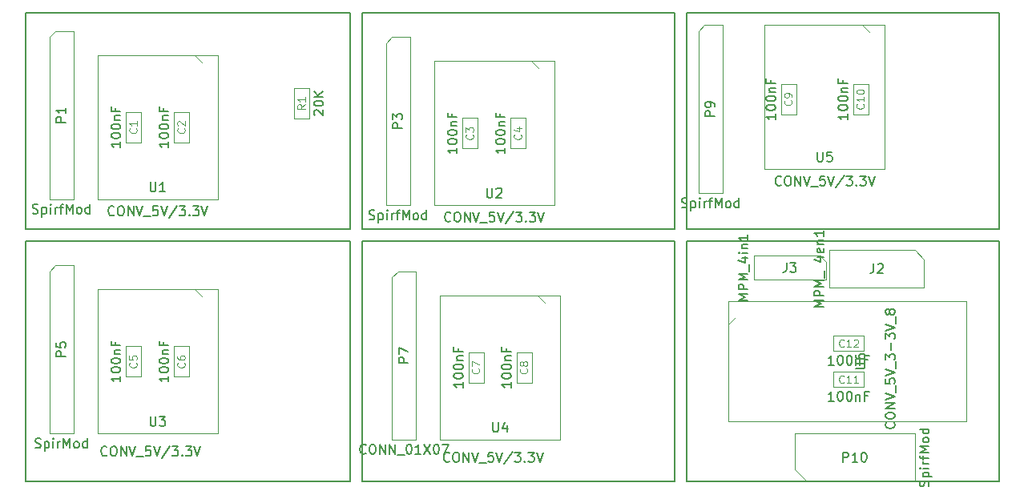
<source format=gbr>
G04 #@! TF.GenerationSoftware,KiCad,Pcbnew,(5.1.5)-3*
G04 #@! TF.CreationDate,2021-05-15T17:54:47+02:00*
G04 #@! TF.ProjectId,Adaptateurs_NiveauxSPI,41646170-7461-4746-9575-72735f4e6976,rev?*
G04 #@! TF.SameCoordinates,Original*
G04 #@! TF.FileFunction,Other,Fab,Top*
%FSLAX46Y46*%
G04 Gerber Fmt 4.6, Leading zero omitted, Abs format (unit mm)*
G04 Created by KiCad (PCBNEW (5.1.5)-3) date 2021-05-15 17:54:47*
%MOMM*%
%LPD*%
G04 APERTURE LIST*
%ADD10C,0.200000*%
%ADD11C,0.120000*%
%ADD12C,0.100000*%
%ADD13C,0.150000*%
G04 APERTURE END LIST*
D10*
X210820000Y-113030000D02*
X177800000Y-113030000D01*
X210820000Y-87630000D02*
X210820000Y-113030000D01*
X177800000Y-87630000D02*
X210820000Y-87630000D01*
X177800000Y-113030000D02*
X177800000Y-87630000D01*
X205105000Y-86360000D02*
X210820000Y-86360000D01*
X205105000Y-63500000D02*
X210820000Y-63500000D01*
X205105000Y-63500000D02*
X177800000Y-63500000D01*
X210820000Y-86360000D02*
X210820000Y-63500000D01*
X177800000Y-86360000D02*
X205105000Y-86360000D01*
X177800000Y-63500000D02*
X177800000Y-86360000D01*
X143510000Y-113030000D02*
X176530000Y-113030000D01*
X176530000Y-87630000D02*
X176530000Y-113030000D01*
X143510000Y-87630000D02*
X176530000Y-87630000D01*
X143510000Y-113030000D02*
X143510000Y-87630000D01*
X142240000Y-87630000D02*
X142240000Y-110490000D01*
X107950000Y-87630000D02*
X142240000Y-87630000D01*
X107950000Y-110490000D02*
X107950000Y-87630000D01*
X107950000Y-113030000D02*
X107950000Y-110490000D01*
X142240000Y-113030000D02*
X107950000Y-113030000D01*
X142240000Y-110490000D02*
X142240000Y-113030000D01*
X107950000Y-113030000D02*
X107950000Y-110490000D01*
X142240000Y-113030000D02*
X107950000Y-113030000D01*
X142240000Y-110490000D02*
X142240000Y-113030000D01*
X176530000Y-63500000D02*
X143510000Y-63500000D01*
X176530000Y-86360000D02*
X176530000Y-63500000D01*
X143510000Y-86360000D02*
X176530000Y-86360000D01*
X143510000Y-63500000D02*
X143510000Y-86360000D01*
X142240000Y-86360000D02*
X142240000Y-63500000D01*
X107950000Y-86360000D02*
X142240000Y-86360000D01*
X107950000Y-63500000D02*
X107950000Y-86360000D01*
X142240000Y-63500000D02*
X107950000Y-63500000D01*
D11*
X186055000Y-80010000D02*
X198755000Y-80010000D01*
X186055000Y-64770000D02*
X186055000Y-80010000D01*
X198755000Y-80010000D02*
X198755000Y-64770000D01*
X196342000Y-64770000D02*
X197104000Y-65532000D01*
D12*
X188835000Y-64770000D02*
X196975000Y-64770000D01*
X198755000Y-64770000D02*
X186055000Y-64770000D01*
D11*
X197485000Y-106680000D02*
X207391000Y-106680000D01*
X197485000Y-93980000D02*
X207391000Y-93980000D01*
D12*
X182245000Y-93980000D02*
X182245000Y-106680000D01*
X182245000Y-103900000D02*
X182245000Y-95760000D01*
D11*
X182245000Y-96393000D02*
X183007000Y-95631000D01*
X197485000Y-93980000D02*
X182245000Y-93980000D01*
X182245000Y-106680000D02*
X197485000Y-106680000D01*
X207391000Y-106680000D02*
X207391000Y-93980000D01*
D12*
X118580000Y-73965000D02*
X120180000Y-73965000D01*
X120180000Y-73965000D02*
X120180000Y-77165000D01*
X120180000Y-77165000D02*
X118580000Y-77165000D01*
X118580000Y-77165000D02*
X118580000Y-73965000D01*
X123660000Y-77165000D02*
X123660000Y-73965000D01*
X125260000Y-77165000D02*
X123660000Y-77165000D01*
X125260000Y-73965000D02*
X125260000Y-77165000D01*
X123660000Y-73965000D02*
X125260000Y-73965000D01*
X154140000Y-74600000D02*
X155740000Y-74600000D01*
X155740000Y-74600000D02*
X155740000Y-77800000D01*
X155740000Y-77800000D02*
X154140000Y-77800000D01*
X154140000Y-77800000D02*
X154140000Y-74600000D01*
X159220000Y-77800000D02*
X159220000Y-74600000D01*
X160820000Y-77800000D02*
X159220000Y-77800000D01*
X160820000Y-74600000D02*
X160820000Y-77800000D01*
X159220000Y-74600000D02*
X160820000Y-74600000D01*
X118580000Y-101930000D02*
X118580000Y-98730000D01*
X120180000Y-101930000D02*
X118580000Y-101930000D01*
X120180000Y-98730000D02*
X120180000Y-101930000D01*
X118580000Y-98730000D02*
X120180000Y-98730000D01*
X123660000Y-98730000D02*
X125260000Y-98730000D01*
X125260000Y-98730000D02*
X125260000Y-101930000D01*
X125260000Y-101930000D02*
X123660000Y-101930000D01*
X123660000Y-101930000D02*
X123660000Y-98730000D01*
X154775000Y-99365000D02*
X156375000Y-99365000D01*
X156375000Y-99365000D02*
X156375000Y-102565000D01*
X156375000Y-102565000D02*
X154775000Y-102565000D01*
X154775000Y-102565000D02*
X154775000Y-99365000D01*
X159855000Y-102565000D02*
X159855000Y-99365000D01*
X161455000Y-102565000D02*
X159855000Y-102565000D01*
X161455000Y-99365000D02*
X161455000Y-102565000D01*
X159855000Y-99365000D02*
X161455000Y-99365000D01*
X187795000Y-71007500D02*
X189395000Y-71007500D01*
X189395000Y-71007500D02*
X189395000Y-74207500D01*
X189395000Y-74207500D02*
X187795000Y-74207500D01*
X187795000Y-74207500D02*
X187795000Y-71007500D01*
X195415000Y-74207500D02*
X195415000Y-71007500D01*
X197015000Y-74207500D02*
X195415000Y-74207500D01*
X197015000Y-71007500D02*
X197015000Y-74207500D01*
X195415000Y-71007500D02*
X197015000Y-71007500D01*
X110490000Y-66040000D02*
X111125000Y-65405000D01*
X110490000Y-83185000D02*
X110490000Y-66040000D01*
X113030000Y-83185000D02*
X110490000Y-83185000D01*
X113030000Y-65405000D02*
X113030000Y-83185000D01*
X111125000Y-65405000D02*
X113030000Y-65405000D01*
X146685000Y-66040000D02*
X148590000Y-66040000D01*
X148590000Y-66040000D02*
X148590000Y-83820000D01*
X148590000Y-83820000D02*
X146050000Y-83820000D01*
X146050000Y-83820000D02*
X146050000Y-66675000D01*
X146050000Y-66675000D02*
X146685000Y-66040000D01*
X111125000Y-90170000D02*
X113030000Y-90170000D01*
X113030000Y-90170000D02*
X113030000Y-107950000D01*
X113030000Y-107950000D02*
X110490000Y-107950000D01*
X110490000Y-107950000D02*
X110490000Y-90805000D01*
X110490000Y-90805000D02*
X111125000Y-90170000D01*
X147320000Y-90805000D02*
X149225000Y-90805000D01*
X149225000Y-90805000D02*
X149225000Y-108585000D01*
X149225000Y-108585000D02*
X146685000Y-108585000D01*
X146685000Y-108585000D02*
X146685000Y-91440000D01*
X146685000Y-91440000D02*
X147320000Y-90805000D01*
X179070000Y-65405000D02*
X179705000Y-64770000D01*
X179070000Y-82550000D02*
X179070000Y-65405000D01*
X181610000Y-82550000D02*
X179070000Y-82550000D01*
X181610000Y-64770000D02*
X181610000Y-82550000D01*
X179705000Y-64770000D02*
X181610000Y-64770000D01*
X137960000Y-74625000D02*
X136360000Y-74625000D01*
X136360000Y-74625000D02*
X136360000Y-71425000D01*
X136360000Y-71425000D02*
X137960000Y-71425000D01*
X137960000Y-71425000D02*
X137960000Y-74625000D01*
X193345000Y-103035000D02*
X193345000Y-101435000D01*
X193345000Y-101435000D02*
X196545000Y-101435000D01*
X196545000Y-101435000D02*
X196545000Y-103035000D01*
X196545000Y-103035000D02*
X193345000Y-103035000D01*
X196545000Y-99225000D02*
X193345000Y-99225000D01*
X196545000Y-97625000D02*
X196545000Y-99225000D01*
X193345000Y-97625000D02*
X196545000Y-97625000D01*
X193345000Y-99225000D02*
X193345000Y-97625000D01*
X202930000Y-89535000D02*
X202930000Y-92535000D01*
X202930000Y-92535000D02*
X192930000Y-92535000D01*
X192930000Y-92535000D02*
X192930000Y-88535000D01*
X192930000Y-88535000D02*
X201930000Y-88535000D01*
X201930000Y-88535000D02*
X202930000Y-89535000D01*
X192532000Y-89789000D02*
X192532000Y-91694000D01*
X192532000Y-91694000D02*
X184912000Y-91694000D01*
X184912000Y-91694000D02*
X184912000Y-89154000D01*
X184912000Y-89154000D02*
X191897000Y-89154000D01*
X191897000Y-89154000D02*
X192532000Y-89789000D01*
X128270000Y-67945000D02*
X115570000Y-67945000D01*
X118350000Y-67945000D02*
X126490000Y-67945000D01*
D11*
X125857000Y-67945000D02*
X126619000Y-68707000D01*
X128270000Y-83185000D02*
X128270000Y-67945000D01*
X115570000Y-67945000D02*
X115570000Y-83185000D01*
X115570000Y-83185000D02*
X128270000Y-83185000D01*
X151130000Y-83820000D02*
X163830000Y-83820000D01*
X151130000Y-68580000D02*
X151130000Y-83820000D01*
X163830000Y-83820000D02*
X163830000Y-68580000D01*
X161417000Y-68580000D02*
X162179000Y-69342000D01*
D12*
X153910000Y-68580000D02*
X162050000Y-68580000D01*
X163830000Y-68580000D02*
X151130000Y-68580000D01*
D11*
X115570000Y-107950000D02*
X128270000Y-107950000D01*
X115570000Y-92710000D02*
X115570000Y-107950000D01*
X128270000Y-107950000D02*
X128270000Y-92710000D01*
X125857000Y-92710000D02*
X126619000Y-93472000D01*
D12*
X118350000Y-92710000D02*
X126490000Y-92710000D01*
X128270000Y-92710000D02*
X115570000Y-92710000D01*
D11*
X151765000Y-108585000D02*
X164465000Y-108585000D01*
X151765000Y-93345000D02*
X151765000Y-108585000D01*
X164465000Y-108585000D02*
X164465000Y-93345000D01*
X162052000Y-93345000D02*
X162814000Y-94107000D01*
D12*
X154545000Y-93345000D02*
X162685000Y-93345000D01*
X164465000Y-93345000D02*
X151765000Y-93345000D01*
X189230000Y-111760000D02*
X189230000Y-107950000D01*
X189230000Y-107950000D02*
X201930000Y-107950000D01*
X201930000Y-107950000D02*
X201930000Y-113030000D01*
X201930000Y-113030000D02*
X190500000Y-113030000D01*
X190500000Y-113030000D02*
X189230000Y-111760000D01*
D13*
X187809761Y-81637142D02*
X187762142Y-81684761D01*
X187619285Y-81732380D01*
X187524047Y-81732380D01*
X187381190Y-81684761D01*
X187285952Y-81589523D01*
X187238333Y-81494285D01*
X187190714Y-81303809D01*
X187190714Y-81160952D01*
X187238333Y-80970476D01*
X187285952Y-80875238D01*
X187381190Y-80780000D01*
X187524047Y-80732380D01*
X187619285Y-80732380D01*
X187762142Y-80780000D01*
X187809761Y-80827619D01*
X188428809Y-80732380D02*
X188619285Y-80732380D01*
X188714523Y-80780000D01*
X188809761Y-80875238D01*
X188857380Y-81065714D01*
X188857380Y-81399047D01*
X188809761Y-81589523D01*
X188714523Y-81684761D01*
X188619285Y-81732380D01*
X188428809Y-81732380D01*
X188333571Y-81684761D01*
X188238333Y-81589523D01*
X188190714Y-81399047D01*
X188190714Y-81065714D01*
X188238333Y-80875238D01*
X188333571Y-80780000D01*
X188428809Y-80732380D01*
X189285952Y-81732380D02*
X189285952Y-80732380D01*
X189857380Y-81732380D01*
X189857380Y-80732380D01*
X190190714Y-80732380D02*
X190524047Y-81732380D01*
X190857380Y-80732380D01*
X190952619Y-81827619D02*
X191714523Y-81827619D01*
X192428809Y-80732380D02*
X191952619Y-80732380D01*
X191905000Y-81208571D01*
X191952619Y-81160952D01*
X192047857Y-81113333D01*
X192285952Y-81113333D01*
X192381190Y-81160952D01*
X192428809Y-81208571D01*
X192476428Y-81303809D01*
X192476428Y-81541904D01*
X192428809Y-81637142D01*
X192381190Y-81684761D01*
X192285952Y-81732380D01*
X192047857Y-81732380D01*
X191952619Y-81684761D01*
X191905000Y-81637142D01*
X192762142Y-80732380D02*
X193095476Y-81732380D01*
X193428809Y-80732380D01*
X194476428Y-80684761D02*
X193619285Y-81970476D01*
X194714523Y-80732380D02*
X195333571Y-80732380D01*
X195000238Y-81113333D01*
X195143095Y-81113333D01*
X195238333Y-81160952D01*
X195285952Y-81208571D01*
X195333571Y-81303809D01*
X195333571Y-81541904D01*
X195285952Y-81637142D01*
X195238333Y-81684761D01*
X195143095Y-81732380D01*
X194857380Y-81732380D01*
X194762142Y-81684761D01*
X194714523Y-81637142D01*
X195762142Y-81637142D02*
X195809761Y-81684761D01*
X195762142Y-81732380D01*
X195714523Y-81684761D01*
X195762142Y-81637142D01*
X195762142Y-81732380D01*
X196143095Y-80732380D02*
X196762142Y-80732380D01*
X196428809Y-81113333D01*
X196571666Y-81113333D01*
X196666904Y-81160952D01*
X196714523Y-81208571D01*
X196762142Y-81303809D01*
X196762142Y-81541904D01*
X196714523Y-81637142D01*
X196666904Y-81684761D01*
X196571666Y-81732380D01*
X196285952Y-81732380D01*
X196190714Y-81684761D01*
X196143095Y-81637142D01*
X197047857Y-80732380D02*
X197381190Y-81732380D01*
X197714523Y-80732380D01*
X191643095Y-78192380D02*
X191643095Y-79001904D01*
X191690714Y-79097142D01*
X191738333Y-79144761D01*
X191833571Y-79192380D01*
X192024047Y-79192380D01*
X192119285Y-79144761D01*
X192166904Y-79097142D01*
X192214523Y-79001904D01*
X192214523Y-78192380D01*
X193166904Y-78192380D02*
X192690714Y-78192380D01*
X192643095Y-78668571D01*
X192690714Y-78620952D01*
X192785952Y-78573333D01*
X193024047Y-78573333D01*
X193119285Y-78620952D01*
X193166904Y-78668571D01*
X193214523Y-78763809D01*
X193214523Y-79001904D01*
X193166904Y-79097142D01*
X193119285Y-79144761D01*
X193024047Y-79192380D01*
X192785952Y-79192380D01*
X192690714Y-79144761D01*
X192643095Y-79097142D01*
X199747142Y-106782476D02*
X199794761Y-106830095D01*
X199842380Y-106972952D01*
X199842380Y-107068190D01*
X199794761Y-107211047D01*
X199699523Y-107306285D01*
X199604285Y-107353904D01*
X199413809Y-107401523D01*
X199270952Y-107401523D01*
X199080476Y-107353904D01*
X198985238Y-107306285D01*
X198890000Y-107211047D01*
X198842380Y-107068190D01*
X198842380Y-106972952D01*
X198890000Y-106830095D01*
X198937619Y-106782476D01*
X198842380Y-106163428D02*
X198842380Y-105972952D01*
X198890000Y-105877714D01*
X198985238Y-105782476D01*
X199175714Y-105734857D01*
X199509047Y-105734857D01*
X199699523Y-105782476D01*
X199794761Y-105877714D01*
X199842380Y-105972952D01*
X199842380Y-106163428D01*
X199794761Y-106258666D01*
X199699523Y-106353904D01*
X199509047Y-106401523D01*
X199175714Y-106401523D01*
X198985238Y-106353904D01*
X198890000Y-106258666D01*
X198842380Y-106163428D01*
X199842380Y-105306285D02*
X198842380Y-105306285D01*
X199842380Y-104734857D01*
X198842380Y-104734857D01*
X198842380Y-104401523D02*
X199842380Y-104068190D01*
X198842380Y-103734857D01*
X199937619Y-103639619D02*
X199937619Y-102877714D01*
X198842380Y-102163428D02*
X198842380Y-102639619D01*
X199318571Y-102687238D01*
X199270952Y-102639619D01*
X199223333Y-102544380D01*
X199223333Y-102306285D01*
X199270952Y-102211047D01*
X199318571Y-102163428D01*
X199413809Y-102115809D01*
X199651904Y-102115809D01*
X199747142Y-102163428D01*
X199794761Y-102211047D01*
X199842380Y-102306285D01*
X199842380Y-102544380D01*
X199794761Y-102639619D01*
X199747142Y-102687238D01*
X198842380Y-101830095D02*
X199842380Y-101496761D01*
X198842380Y-101163428D01*
X199937619Y-101068190D02*
X199937619Y-100306285D01*
X198842380Y-100163428D02*
X198842380Y-99544380D01*
X199223333Y-99877714D01*
X199223333Y-99734857D01*
X199270952Y-99639619D01*
X199318571Y-99592000D01*
X199413809Y-99544380D01*
X199651904Y-99544380D01*
X199747142Y-99592000D01*
X199794761Y-99639619D01*
X199842380Y-99734857D01*
X199842380Y-100020571D01*
X199794761Y-100115809D01*
X199747142Y-100163428D01*
X199461428Y-99115809D02*
X199461428Y-98353904D01*
X198842380Y-97972952D02*
X198842380Y-97353904D01*
X199223333Y-97687238D01*
X199223333Y-97544380D01*
X199270952Y-97449142D01*
X199318571Y-97401523D01*
X199413809Y-97353904D01*
X199651904Y-97353904D01*
X199747142Y-97401523D01*
X199794761Y-97449142D01*
X199842380Y-97544380D01*
X199842380Y-97830095D01*
X199794761Y-97925333D01*
X199747142Y-97972952D01*
X198842380Y-97068190D02*
X199842380Y-96734857D01*
X198842380Y-96401523D01*
X199937619Y-96306285D02*
X199937619Y-95544380D01*
X199270952Y-95163428D02*
X199223333Y-95258666D01*
X199175714Y-95306285D01*
X199080476Y-95353904D01*
X199032857Y-95353904D01*
X198937619Y-95306285D01*
X198890000Y-95258666D01*
X198842380Y-95163428D01*
X198842380Y-94972952D01*
X198890000Y-94877714D01*
X198937619Y-94830095D01*
X199032857Y-94782476D01*
X199080476Y-94782476D01*
X199175714Y-94830095D01*
X199223333Y-94877714D01*
X199270952Y-94972952D01*
X199270952Y-95163428D01*
X199318571Y-95258666D01*
X199366190Y-95306285D01*
X199461428Y-95353904D01*
X199651904Y-95353904D01*
X199747142Y-95306285D01*
X199794761Y-95258666D01*
X199842380Y-95163428D01*
X199842380Y-94972952D01*
X199794761Y-94877714D01*
X199747142Y-94830095D01*
X199651904Y-94782476D01*
X199461428Y-94782476D01*
X199366190Y-94830095D01*
X199318571Y-94877714D01*
X199270952Y-94972952D01*
X195667380Y-101091904D02*
X196476904Y-101091904D01*
X196572142Y-101044285D01*
X196619761Y-100996666D01*
X196667380Y-100901428D01*
X196667380Y-100710952D01*
X196619761Y-100615714D01*
X196572142Y-100568095D01*
X196476904Y-100520476D01*
X195667380Y-100520476D01*
X195667380Y-99615714D02*
X195667380Y-99806190D01*
X195715000Y-99901428D01*
X195762619Y-99949047D01*
X195905476Y-100044285D01*
X196095952Y-100091904D01*
X196476904Y-100091904D01*
X196572142Y-100044285D01*
X196619761Y-99996666D01*
X196667380Y-99901428D01*
X196667380Y-99710952D01*
X196619761Y-99615714D01*
X196572142Y-99568095D01*
X196476904Y-99520476D01*
X196238809Y-99520476D01*
X196143571Y-99568095D01*
X196095952Y-99615714D01*
X196048333Y-99710952D01*
X196048333Y-99901428D01*
X196095952Y-99996666D01*
X196143571Y-100044285D01*
X196238809Y-100091904D01*
X118012380Y-77112619D02*
X118012380Y-77684047D01*
X118012380Y-77398333D02*
X117012380Y-77398333D01*
X117155238Y-77493571D01*
X117250476Y-77588809D01*
X117298095Y-77684047D01*
X117012380Y-76493571D02*
X117012380Y-76398333D01*
X117060000Y-76303095D01*
X117107619Y-76255476D01*
X117202857Y-76207857D01*
X117393333Y-76160238D01*
X117631428Y-76160238D01*
X117821904Y-76207857D01*
X117917142Y-76255476D01*
X117964761Y-76303095D01*
X118012380Y-76398333D01*
X118012380Y-76493571D01*
X117964761Y-76588809D01*
X117917142Y-76636428D01*
X117821904Y-76684047D01*
X117631428Y-76731666D01*
X117393333Y-76731666D01*
X117202857Y-76684047D01*
X117107619Y-76636428D01*
X117060000Y-76588809D01*
X117012380Y-76493571D01*
X117012380Y-75541190D02*
X117012380Y-75445952D01*
X117060000Y-75350714D01*
X117107619Y-75303095D01*
X117202857Y-75255476D01*
X117393333Y-75207857D01*
X117631428Y-75207857D01*
X117821904Y-75255476D01*
X117917142Y-75303095D01*
X117964761Y-75350714D01*
X118012380Y-75445952D01*
X118012380Y-75541190D01*
X117964761Y-75636428D01*
X117917142Y-75684047D01*
X117821904Y-75731666D01*
X117631428Y-75779285D01*
X117393333Y-75779285D01*
X117202857Y-75731666D01*
X117107619Y-75684047D01*
X117060000Y-75636428D01*
X117012380Y-75541190D01*
X117345714Y-74779285D02*
X118012380Y-74779285D01*
X117440952Y-74779285D02*
X117393333Y-74731666D01*
X117345714Y-74636428D01*
X117345714Y-74493571D01*
X117393333Y-74398333D01*
X117488571Y-74350714D01*
X118012380Y-74350714D01*
X117488571Y-73541190D02*
X117488571Y-73874523D01*
X118012380Y-73874523D02*
X117012380Y-73874523D01*
X117012380Y-73398333D01*
D11*
X119665714Y-75698333D02*
X119703809Y-75736428D01*
X119741904Y-75850714D01*
X119741904Y-75926904D01*
X119703809Y-76041190D01*
X119627619Y-76117380D01*
X119551428Y-76155476D01*
X119399047Y-76193571D01*
X119284761Y-76193571D01*
X119132380Y-76155476D01*
X119056190Y-76117380D01*
X118980000Y-76041190D01*
X118941904Y-75926904D01*
X118941904Y-75850714D01*
X118980000Y-75736428D01*
X119018095Y-75698333D01*
X119741904Y-74936428D02*
X119741904Y-75393571D01*
X119741904Y-75165000D02*
X118941904Y-75165000D01*
X119056190Y-75241190D01*
X119132380Y-75317380D01*
X119170476Y-75393571D01*
D13*
X123092380Y-77112619D02*
X123092380Y-77684047D01*
X123092380Y-77398333D02*
X122092380Y-77398333D01*
X122235238Y-77493571D01*
X122330476Y-77588809D01*
X122378095Y-77684047D01*
X122092380Y-76493571D02*
X122092380Y-76398333D01*
X122140000Y-76303095D01*
X122187619Y-76255476D01*
X122282857Y-76207857D01*
X122473333Y-76160238D01*
X122711428Y-76160238D01*
X122901904Y-76207857D01*
X122997142Y-76255476D01*
X123044761Y-76303095D01*
X123092380Y-76398333D01*
X123092380Y-76493571D01*
X123044761Y-76588809D01*
X122997142Y-76636428D01*
X122901904Y-76684047D01*
X122711428Y-76731666D01*
X122473333Y-76731666D01*
X122282857Y-76684047D01*
X122187619Y-76636428D01*
X122140000Y-76588809D01*
X122092380Y-76493571D01*
X122092380Y-75541190D02*
X122092380Y-75445952D01*
X122140000Y-75350714D01*
X122187619Y-75303095D01*
X122282857Y-75255476D01*
X122473333Y-75207857D01*
X122711428Y-75207857D01*
X122901904Y-75255476D01*
X122997142Y-75303095D01*
X123044761Y-75350714D01*
X123092380Y-75445952D01*
X123092380Y-75541190D01*
X123044761Y-75636428D01*
X122997142Y-75684047D01*
X122901904Y-75731666D01*
X122711428Y-75779285D01*
X122473333Y-75779285D01*
X122282857Y-75731666D01*
X122187619Y-75684047D01*
X122140000Y-75636428D01*
X122092380Y-75541190D01*
X122425714Y-74779285D02*
X123092380Y-74779285D01*
X122520952Y-74779285D02*
X122473333Y-74731666D01*
X122425714Y-74636428D01*
X122425714Y-74493571D01*
X122473333Y-74398333D01*
X122568571Y-74350714D01*
X123092380Y-74350714D01*
X122568571Y-73541190D02*
X122568571Y-73874523D01*
X123092380Y-73874523D02*
X122092380Y-73874523D01*
X122092380Y-73398333D01*
D11*
X124745714Y-75698333D02*
X124783809Y-75736428D01*
X124821904Y-75850714D01*
X124821904Y-75926904D01*
X124783809Y-76041190D01*
X124707619Y-76117380D01*
X124631428Y-76155476D01*
X124479047Y-76193571D01*
X124364761Y-76193571D01*
X124212380Y-76155476D01*
X124136190Y-76117380D01*
X124060000Y-76041190D01*
X124021904Y-75926904D01*
X124021904Y-75850714D01*
X124060000Y-75736428D01*
X124098095Y-75698333D01*
X124098095Y-75393571D02*
X124060000Y-75355476D01*
X124021904Y-75279285D01*
X124021904Y-75088809D01*
X124060000Y-75012619D01*
X124098095Y-74974523D01*
X124174285Y-74936428D01*
X124250476Y-74936428D01*
X124364761Y-74974523D01*
X124821904Y-75431666D01*
X124821904Y-74936428D01*
D13*
X153572380Y-77747619D02*
X153572380Y-78319047D01*
X153572380Y-78033333D02*
X152572380Y-78033333D01*
X152715238Y-78128571D01*
X152810476Y-78223809D01*
X152858095Y-78319047D01*
X152572380Y-77128571D02*
X152572380Y-77033333D01*
X152620000Y-76938095D01*
X152667619Y-76890476D01*
X152762857Y-76842857D01*
X152953333Y-76795238D01*
X153191428Y-76795238D01*
X153381904Y-76842857D01*
X153477142Y-76890476D01*
X153524761Y-76938095D01*
X153572380Y-77033333D01*
X153572380Y-77128571D01*
X153524761Y-77223809D01*
X153477142Y-77271428D01*
X153381904Y-77319047D01*
X153191428Y-77366666D01*
X152953333Y-77366666D01*
X152762857Y-77319047D01*
X152667619Y-77271428D01*
X152620000Y-77223809D01*
X152572380Y-77128571D01*
X152572380Y-76176190D02*
X152572380Y-76080952D01*
X152620000Y-75985714D01*
X152667619Y-75938095D01*
X152762857Y-75890476D01*
X152953333Y-75842857D01*
X153191428Y-75842857D01*
X153381904Y-75890476D01*
X153477142Y-75938095D01*
X153524761Y-75985714D01*
X153572380Y-76080952D01*
X153572380Y-76176190D01*
X153524761Y-76271428D01*
X153477142Y-76319047D01*
X153381904Y-76366666D01*
X153191428Y-76414285D01*
X152953333Y-76414285D01*
X152762857Y-76366666D01*
X152667619Y-76319047D01*
X152620000Y-76271428D01*
X152572380Y-76176190D01*
X152905714Y-75414285D02*
X153572380Y-75414285D01*
X153000952Y-75414285D02*
X152953333Y-75366666D01*
X152905714Y-75271428D01*
X152905714Y-75128571D01*
X152953333Y-75033333D01*
X153048571Y-74985714D01*
X153572380Y-74985714D01*
X153048571Y-74176190D02*
X153048571Y-74509523D01*
X153572380Y-74509523D02*
X152572380Y-74509523D01*
X152572380Y-74033333D01*
D11*
X155225714Y-76333333D02*
X155263809Y-76371428D01*
X155301904Y-76485714D01*
X155301904Y-76561904D01*
X155263809Y-76676190D01*
X155187619Y-76752380D01*
X155111428Y-76790476D01*
X154959047Y-76828571D01*
X154844761Y-76828571D01*
X154692380Y-76790476D01*
X154616190Y-76752380D01*
X154540000Y-76676190D01*
X154501904Y-76561904D01*
X154501904Y-76485714D01*
X154540000Y-76371428D01*
X154578095Y-76333333D01*
X154501904Y-76066666D02*
X154501904Y-75571428D01*
X154806666Y-75838095D01*
X154806666Y-75723809D01*
X154844761Y-75647619D01*
X154882857Y-75609523D01*
X154959047Y-75571428D01*
X155149523Y-75571428D01*
X155225714Y-75609523D01*
X155263809Y-75647619D01*
X155301904Y-75723809D01*
X155301904Y-75952380D01*
X155263809Y-76028571D01*
X155225714Y-76066666D01*
D13*
X158652380Y-77747619D02*
X158652380Y-78319047D01*
X158652380Y-78033333D02*
X157652380Y-78033333D01*
X157795238Y-78128571D01*
X157890476Y-78223809D01*
X157938095Y-78319047D01*
X157652380Y-77128571D02*
X157652380Y-77033333D01*
X157700000Y-76938095D01*
X157747619Y-76890476D01*
X157842857Y-76842857D01*
X158033333Y-76795238D01*
X158271428Y-76795238D01*
X158461904Y-76842857D01*
X158557142Y-76890476D01*
X158604761Y-76938095D01*
X158652380Y-77033333D01*
X158652380Y-77128571D01*
X158604761Y-77223809D01*
X158557142Y-77271428D01*
X158461904Y-77319047D01*
X158271428Y-77366666D01*
X158033333Y-77366666D01*
X157842857Y-77319047D01*
X157747619Y-77271428D01*
X157700000Y-77223809D01*
X157652380Y-77128571D01*
X157652380Y-76176190D02*
X157652380Y-76080952D01*
X157700000Y-75985714D01*
X157747619Y-75938095D01*
X157842857Y-75890476D01*
X158033333Y-75842857D01*
X158271428Y-75842857D01*
X158461904Y-75890476D01*
X158557142Y-75938095D01*
X158604761Y-75985714D01*
X158652380Y-76080952D01*
X158652380Y-76176190D01*
X158604761Y-76271428D01*
X158557142Y-76319047D01*
X158461904Y-76366666D01*
X158271428Y-76414285D01*
X158033333Y-76414285D01*
X157842857Y-76366666D01*
X157747619Y-76319047D01*
X157700000Y-76271428D01*
X157652380Y-76176190D01*
X157985714Y-75414285D02*
X158652380Y-75414285D01*
X158080952Y-75414285D02*
X158033333Y-75366666D01*
X157985714Y-75271428D01*
X157985714Y-75128571D01*
X158033333Y-75033333D01*
X158128571Y-74985714D01*
X158652380Y-74985714D01*
X158128571Y-74176190D02*
X158128571Y-74509523D01*
X158652380Y-74509523D02*
X157652380Y-74509523D01*
X157652380Y-74033333D01*
D11*
X160305714Y-76333333D02*
X160343809Y-76371428D01*
X160381904Y-76485714D01*
X160381904Y-76561904D01*
X160343809Y-76676190D01*
X160267619Y-76752380D01*
X160191428Y-76790476D01*
X160039047Y-76828571D01*
X159924761Y-76828571D01*
X159772380Y-76790476D01*
X159696190Y-76752380D01*
X159620000Y-76676190D01*
X159581904Y-76561904D01*
X159581904Y-76485714D01*
X159620000Y-76371428D01*
X159658095Y-76333333D01*
X159848571Y-75647619D02*
X160381904Y-75647619D01*
X159543809Y-75838095D02*
X160115238Y-76028571D01*
X160115238Y-75533333D01*
D13*
X118012380Y-101877619D02*
X118012380Y-102449047D01*
X118012380Y-102163333D02*
X117012380Y-102163333D01*
X117155238Y-102258571D01*
X117250476Y-102353809D01*
X117298095Y-102449047D01*
X117012380Y-101258571D02*
X117012380Y-101163333D01*
X117060000Y-101068095D01*
X117107619Y-101020476D01*
X117202857Y-100972857D01*
X117393333Y-100925238D01*
X117631428Y-100925238D01*
X117821904Y-100972857D01*
X117917142Y-101020476D01*
X117964761Y-101068095D01*
X118012380Y-101163333D01*
X118012380Y-101258571D01*
X117964761Y-101353809D01*
X117917142Y-101401428D01*
X117821904Y-101449047D01*
X117631428Y-101496666D01*
X117393333Y-101496666D01*
X117202857Y-101449047D01*
X117107619Y-101401428D01*
X117060000Y-101353809D01*
X117012380Y-101258571D01*
X117012380Y-100306190D02*
X117012380Y-100210952D01*
X117060000Y-100115714D01*
X117107619Y-100068095D01*
X117202857Y-100020476D01*
X117393333Y-99972857D01*
X117631428Y-99972857D01*
X117821904Y-100020476D01*
X117917142Y-100068095D01*
X117964761Y-100115714D01*
X118012380Y-100210952D01*
X118012380Y-100306190D01*
X117964761Y-100401428D01*
X117917142Y-100449047D01*
X117821904Y-100496666D01*
X117631428Y-100544285D01*
X117393333Y-100544285D01*
X117202857Y-100496666D01*
X117107619Y-100449047D01*
X117060000Y-100401428D01*
X117012380Y-100306190D01*
X117345714Y-99544285D02*
X118012380Y-99544285D01*
X117440952Y-99544285D02*
X117393333Y-99496666D01*
X117345714Y-99401428D01*
X117345714Y-99258571D01*
X117393333Y-99163333D01*
X117488571Y-99115714D01*
X118012380Y-99115714D01*
X117488571Y-98306190D02*
X117488571Y-98639523D01*
X118012380Y-98639523D02*
X117012380Y-98639523D01*
X117012380Y-98163333D01*
D11*
X119665714Y-100463333D02*
X119703809Y-100501428D01*
X119741904Y-100615714D01*
X119741904Y-100691904D01*
X119703809Y-100806190D01*
X119627619Y-100882380D01*
X119551428Y-100920476D01*
X119399047Y-100958571D01*
X119284761Y-100958571D01*
X119132380Y-100920476D01*
X119056190Y-100882380D01*
X118980000Y-100806190D01*
X118941904Y-100691904D01*
X118941904Y-100615714D01*
X118980000Y-100501428D01*
X119018095Y-100463333D01*
X118941904Y-99739523D02*
X118941904Y-100120476D01*
X119322857Y-100158571D01*
X119284761Y-100120476D01*
X119246666Y-100044285D01*
X119246666Y-99853809D01*
X119284761Y-99777619D01*
X119322857Y-99739523D01*
X119399047Y-99701428D01*
X119589523Y-99701428D01*
X119665714Y-99739523D01*
X119703809Y-99777619D01*
X119741904Y-99853809D01*
X119741904Y-100044285D01*
X119703809Y-100120476D01*
X119665714Y-100158571D01*
D13*
X123092380Y-101877619D02*
X123092380Y-102449047D01*
X123092380Y-102163333D02*
X122092380Y-102163333D01*
X122235238Y-102258571D01*
X122330476Y-102353809D01*
X122378095Y-102449047D01*
X122092380Y-101258571D02*
X122092380Y-101163333D01*
X122140000Y-101068095D01*
X122187619Y-101020476D01*
X122282857Y-100972857D01*
X122473333Y-100925238D01*
X122711428Y-100925238D01*
X122901904Y-100972857D01*
X122997142Y-101020476D01*
X123044761Y-101068095D01*
X123092380Y-101163333D01*
X123092380Y-101258571D01*
X123044761Y-101353809D01*
X122997142Y-101401428D01*
X122901904Y-101449047D01*
X122711428Y-101496666D01*
X122473333Y-101496666D01*
X122282857Y-101449047D01*
X122187619Y-101401428D01*
X122140000Y-101353809D01*
X122092380Y-101258571D01*
X122092380Y-100306190D02*
X122092380Y-100210952D01*
X122140000Y-100115714D01*
X122187619Y-100068095D01*
X122282857Y-100020476D01*
X122473333Y-99972857D01*
X122711428Y-99972857D01*
X122901904Y-100020476D01*
X122997142Y-100068095D01*
X123044761Y-100115714D01*
X123092380Y-100210952D01*
X123092380Y-100306190D01*
X123044761Y-100401428D01*
X122997142Y-100449047D01*
X122901904Y-100496666D01*
X122711428Y-100544285D01*
X122473333Y-100544285D01*
X122282857Y-100496666D01*
X122187619Y-100449047D01*
X122140000Y-100401428D01*
X122092380Y-100306190D01*
X122425714Y-99544285D02*
X123092380Y-99544285D01*
X122520952Y-99544285D02*
X122473333Y-99496666D01*
X122425714Y-99401428D01*
X122425714Y-99258571D01*
X122473333Y-99163333D01*
X122568571Y-99115714D01*
X123092380Y-99115714D01*
X122568571Y-98306190D02*
X122568571Y-98639523D01*
X123092380Y-98639523D02*
X122092380Y-98639523D01*
X122092380Y-98163333D01*
D11*
X124745714Y-100463333D02*
X124783809Y-100501428D01*
X124821904Y-100615714D01*
X124821904Y-100691904D01*
X124783809Y-100806190D01*
X124707619Y-100882380D01*
X124631428Y-100920476D01*
X124479047Y-100958571D01*
X124364761Y-100958571D01*
X124212380Y-100920476D01*
X124136190Y-100882380D01*
X124060000Y-100806190D01*
X124021904Y-100691904D01*
X124021904Y-100615714D01*
X124060000Y-100501428D01*
X124098095Y-100463333D01*
X124021904Y-99777619D02*
X124021904Y-99930000D01*
X124060000Y-100006190D01*
X124098095Y-100044285D01*
X124212380Y-100120476D01*
X124364761Y-100158571D01*
X124669523Y-100158571D01*
X124745714Y-100120476D01*
X124783809Y-100082380D01*
X124821904Y-100006190D01*
X124821904Y-99853809D01*
X124783809Y-99777619D01*
X124745714Y-99739523D01*
X124669523Y-99701428D01*
X124479047Y-99701428D01*
X124402857Y-99739523D01*
X124364761Y-99777619D01*
X124326666Y-99853809D01*
X124326666Y-100006190D01*
X124364761Y-100082380D01*
X124402857Y-100120476D01*
X124479047Y-100158571D01*
D13*
X154207380Y-102512619D02*
X154207380Y-103084047D01*
X154207380Y-102798333D02*
X153207380Y-102798333D01*
X153350238Y-102893571D01*
X153445476Y-102988809D01*
X153493095Y-103084047D01*
X153207380Y-101893571D02*
X153207380Y-101798333D01*
X153255000Y-101703095D01*
X153302619Y-101655476D01*
X153397857Y-101607857D01*
X153588333Y-101560238D01*
X153826428Y-101560238D01*
X154016904Y-101607857D01*
X154112142Y-101655476D01*
X154159761Y-101703095D01*
X154207380Y-101798333D01*
X154207380Y-101893571D01*
X154159761Y-101988809D01*
X154112142Y-102036428D01*
X154016904Y-102084047D01*
X153826428Y-102131666D01*
X153588333Y-102131666D01*
X153397857Y-102084047D01*
X153302619Y-102036428D01*
X153255000Y-101988809D01*
X153207380Y-101893571D01*
X153207380Y-100941190D02*
X153207380Y-100845952D01*
X153255000Y-100750714D01*
X153302619Y-100703095D01*
X153397857Y-100655476D01*
X153588333Y-100607857D01*
X153826428Y-100607857D01*
X154016904Y-100655476D01*
X154112142Y-100703095D01*
X154159761Y-100750714D01*
X154207380Y-100845952D01*
X154207380Y-100941190D01*
X154159761Y-101036428D01*
X154112142Y-101084047D01*
X154016904Y-101131666D01*
X153826428Y-101179285D01*
X153588333Y-101179285D01*
X153397857Y-101131666D01*
X153302619Y-101084047D01*
X153255000Y-101036428D01*
X153207380Y-100941190D01*
X153540714Y-100179285D02*
X154207380Y-100179285D01*
X153635952Y-100179285D02*
X153588333Y-100131666D01*
X153540714Y-100036428D01*
X153540714Y-99893571D01*
X153588333Y-99798333D01*
X153683571Y-99750714D01*
X154207380Y-99750714D01*
X153683571Y-98941190D02*
X153683571Y-99274523D01*
X154207380Y-99274523D02*
X153207380Y-99274523D01*
X153207380Y-98798333D01*
D11*
X155860714Y-101098333D02*
X155898809Y-101136428D01*
X155936904Y-101250714D01*
X155936904Y-101326904D01*
X155898809Y-101441190D01*
X155822619Y-101517380D01*
X155746428Y-101555476D01*
X155594047Y-101593571D01*
X155479761Y-101593571D01*
X155327380Y-101555476D01*
X155251190Y-101517380D01*
X155175000Y-101441190D01*
X155136904Y-101326904D01*
X155136904Y-101250714D01*
X155175000Y-101136428D01*
X155213095Y-101098333D01*
X155136904Y-100831666D02*
X155136904Y-100298333D01*
X155936904Y-100641190D01*
D13*
X159287380Y-102512619D02*
X159287380Y-103084047D01*
X159287380Y-102798333D02*
X158287380Y-102798333D01*
X158430238Y-102893571D01*
X158525476Y-102988809D01*
X158573095Y-103084047D01*
X158287380Y-101893571D02*
X158287380Y-101798333D01*
X158335000Y-101703095D01*
X158382619Y-101655476D01*
X158477857Y-101607857D01*
X158668333Y-101560238D01*
X158906428Y-101560238D01*
X159096904Y-101607857D01*
X159192142Y-101655476D01*
X159239761Y-101703095D01*
X159287380Y-101798333D01*
X159287380Y-101893571D01*
X159239761Y-101988809D01*
X159192142Y-102036428D01*
X159096904Y-102084047D01*
X158906428Y-102131666D01*
X158668333Y-102131666D01*
X158477857Y-102084047D01*
X158382619Y-102036428D01*
X158335000Y-101988809D01*
X158287380Y-101893571D01*
X158287380Y-100941190D02*
X158287380Y-100845952D01*
X158335000Y-100750714D01*
X158382619Y-100703095D01*
X158477857Y-100655476D01*
X158668333Y-100607857D01*
X158906428Y-100607857D01*
X159096904Y-100655476D01*
X159192142Y-100703095D01*
X159239761Y-100750714D01*
X159287380Y-100845952D01*
X159287380Y-100941190D01*
X159239761Y-101036428D01*
X159192142Y-101084047D01*
X159096904Y-101131666D01*
X158906428Y-101179285D01*
X158668333Y-101179285D01*
X158477857Y-101131666D01*
X158382619Y-101084047D01*
X158335000Y-101036428D01*
X158287380Y-100941190D01*
X158620714Y-100179285D02*
X159287380Y-100179285D01*
X158715952Y-100179285D02*
X158668333Y-100131666D01*
X158620714Y-100036428D01*
X158620714Y-99893571D01*
X158668333Y-99798333D01*
X158763571Y-99750714D01*
X159287380Y-99750714D01*
X158763571Y-98941190D02*
X158763571Y-99274523D01*
X159287380Y-99274523D02*
X158287380Y-99274523D01*
X158287380Y-98798333D01*
D11*
X160940714Y-101098333D02*
X160978809Y-101136428D01*
X161016904Y-101250714D01*
X161016904Y-101326904D01*
X160978809Y-101441190D01*
X160902619Y-101517380D01*
X160826428Y-101555476D01*
X160674047Y-101593571D01*
X160559761Y-101593571D01*
X160407380Y-101555476D01*
X160331190Y-101517380D01*
X160255000Y-101441190D01*
X160216904Y-101326904D01*
X160216904Y-101250714D01*
X160255000Y-101136428D01*
X160293095Y-101098333D01*
X160559761Y-100641190D02*
X160521666Y-100717380D01*
X160483571Y-100755476D01*
X160407380Y-100793571D01*
X160369285Y-100793571D01*
X160293095Y-100755476D01*
X160255000Y-100717380D01*
X160216904Y-100641190D01*
X160216904Y-100488809D01*
X160255000Y-100412619D01*
X160293095Y-100374523D01*
X160369285Y-100336428D01*
X160407380Y-100336428D01*
X160483571Y-100374523D01*
X160521666Y-100412619D01*
X160559761Y-100488809D01*
X160559761Y-100641190D01*
X160597857Y-100717380D01*
X160635952Y-100755476D01*
X160712142Y-100793571D01*
X160864523Y-100793571D01*
X160940714Y-100755476D01*
X160978809Y-100717380D01*
X161016904Y-100641190D01*
X161016904Y-100488809D01*
X160978809Y-100412619D01*
X160940714Y-100374523D01*
X160864523Y-100336428D01*
X160712142Y-100336428D01*
X160635952Y-100374523D01*
X160597857Y-100412619D01*
X160559761Y-100488809D01*
D13*
X187227380Y-74155119D02*
X187227380Y-74726547D01*
X187227380Y-74440833D02*
X186227380Y-74440833D01*
X186370238Y-74536071D01*
X186465476Y-74631309D01*
X186513095Y-74726547D01*
X186227380Y-73536071D02*
X186227380Y-73440833D01*
X186275000Y-73345595D01*
X186322619Y-73297976D01*
X186417857Y-73250357D01*
X186608333Y-73202738D01*
X186846428Y-73202738D01*
X187036904Y-73250357D01*
X187132142Y-73297976D01*
X187179761Y-73345595D01*
X187227380Y-73440833D01*
X187227380Y-73536071D01*
X187179761Y-73631309D01*
X187132142Y-73678928D01*
X187036904Y-73726547D01*
X186846428Y-73774166D01*
X186608333Y-73774166D01*
X186417857Y-73726547D01*
X186322619Y-73678928D01*
X186275000Y-73631309D01*
X186227380Y-73536071D01*
X186227380Y-72583690D02*
X186227380Y-72488452D01*
X186275000Y-72393214D01*
X186322619Y-72345595D01*
X186417857Y-72297976D01*
X186608333Y-72250357D01*
X186846428Y-72250357D01*
X187036904Y-72297976D01*
X187132142Y-72345595D01*
X187179761Y-72393214D01*
X187227380Y-72488452D01*
X187227380Y-72583690D01*
X187179761Y-72678928D01*
X187132142Y-72726547D01*
X187036904Y-72774166D01*
X186846428Y-72821785D01*
X186608333Y-72821785D01*
X186417857Y-72774166D01*
X186322619Y-72726547D01*
X186275000Y-72678928D01*
X186227380Y-72583690D01*
X186560714Y-71821785D02*
X187227380Y-71821785D01*
X186655952Y-71821785D02*
X186608333Y-71774166D01*
X186560714Y-71678928D01*
X186560714Y-71536071D01*
X186608333Y-71440833D01*
X186703571Y-71393214D01*
X187227380Y-71393214D01*
X186703571Y-70583690D02*
X186703571Y-70917023D01*
X187227380Y-70917023D02*
X186227380Y-70917023D01*
X186227380Y-70440833D01*
D11*
X188880714Y-72740833D02*
X188918809Y-72778928D01*
X188956904Y-72893214D01*
X188956904Y-72969404D01*
X188918809Y-73083690D01*
X188842619Y-73159880D01*
X188766428Y-73197976D01*
X188614047Y-73236071D01*
X188499761Y-73236071D01*
X188347380Y-73197976D01*
X188271190Y-73159880D01*
X188195000Y-73083690D01*
X188156904Y-72969404D01*
X188156904Y-72893214D01*
X188195000Y-72778928D01*
X188233095Y-72740833D01*
X188956904Y-72359880D02*
X188956904Y-72207500D01*
X188918809Y-72131309D01*
X188880714Y-72093214D01*
X188766428Y-72017023D01*
X188614047Y-71978928D01*
X188309285Y-71978928D01*
X188233095Y-72017023D01*
X188195000Y-72055119D01*
X188156904Y-72131309D01*
X188156904Y-72283690D01*
X188195000Y-72359880D01*
X188233095Y-72397976D01*
X188309285Y-72436071D01*
X188499761Y-72436071D01*
X188575952Y-72397976D01*
X188614047Y-72359880D01*
X188652142Y-72283690D01*
X188652142Y-72131309D01*
X188614047Y-72055119D01*
X188575952Y-72017023D01*
X188499761Y-71978928D01*
D13*
X194847380Y-74155119D02*
X194847380Y-74726547D01*
X194847380Y-74440833D02*
X193847380Y-74440833D01*
X193990238Y-74536071D01*
X194085476Y-74631309D01*
X194133095Y-74726547D01*
X193847380Y-73536071D02*
X193847380Y-73440833D01*
X193895000Y-73345595D01*
X193942619Y-73297976D01*
X194037857Y-73250357D01*
X194228333Y-73202738D01*
X194466428Y-73202738D01*
X194656904Y-73250357D01*
X194752142Y-73297976D01*
X194799761Y-73345595D01*
X194847380Y-73440833D01*
X194847380Y-73536071D01*
X194799761Y-73631309D01*
X194752142Y-73678928D01*
X194656904Y-73726547D01*
X194466428Y-73774166D01*
X194228333Y-73774166D01*
X194037857Y-73726547D01*
X193942619Y-73678928D01*
X193895000Y-73631309D01*
X193847380Y-73536071D01*
X193847380Y-72583690D02*
X193847380Y-72488452D01*
X193895000Y-72393214D01*
X193942619Y-72345595D01*
X194037857Y-72297976D01*
X194228333Y-72250357D01*
X194466428Y-72250357D01*
X194656904Y-72297976D01*
X194752142Y-72345595D01*
X194799761Y-72393214D01*
X194847380Y-72488452D01*
X194847380Y-72583690D01*
X194799761Y-72678928D01*
X194752142Y-72726547D01*
X194656904Y-72774166D01*
X194466428Y-72821785D01*
X194228333Y-72821785D01*
X194037857Y-72774166D01*
X193942619Y-72726547D01*
X193895000Y-72678928D01*
X193847380Y-72583690D01*
X194180714Y-71821785D02*
X194847380Y-71821785D01*
X194275952Y-71821785D02*
X194228333Y-71774166D01*
X194180714Y-71678928D01*
X194180714Y-71536071D01*
X194228333Y-71440833D01*
X194323571Y-71393214D01*
X194847380Y-71393214D01*
X194323571Y-70583690D02*
X194323571Y-70917023D01*
X194847380Y-70917023D02*
X193847380Y-70917023D01*
X193847380Y-70440833D01*
D11*
X196500714Y-73121785D02*
X196538809Y-73159880D01*
X196576904Y-73274166D01*
X196576904Y-73350357D01*
X196538809Y-73464642D01*
X196462619Y-73540833D01*
X196386428Y-73578928D01*
X196234047Y-73617023D01*
X196119761Y-73617023D01*
X195967380Y-73578928D01*
X195891190Y-73540833D01*
X195815000Y-73464642D01*
X195776904Y-73350357D01*
X195776904Y-73274166D01*
X195815000Y-73159880D01*
X195853095Y-73121785D01*
X196576904Y-72359880D02*
X196576904Y-72817023D01*
X196576904Y-72588452D02*
X195776904Y-72588452D01*
X195891190Y-72664642D01*
X195967380Y-72740833D01*
X196005476Y-72817023D01*
X195776904Y-71864642D02*
X195776904Y-71788452D01*
X195815000Y-71712261D01*
X195853095Y-71674166D01*
X195929285Y-71636071D01*
X196081666Y-71597976D01*
X196272142Y-71597976D01*
X196424523Y-71636071D01*
X196500714Y-71674166D01*
X196538809Y-71712261D01*
X196576904Y-71788452D01*
X196576904Y-71864642D01*
X196538809Y-71940833D01*
X196500714Y-71978928D01*
X196424523Y-72017023D01*
X196272142Y-72055119D01*
X196081666Y-72055119D01*
X195929285Y-72017023D01*
X195853095Y-71978928D01*
X195815000Y-71940833D01*
X195776904Y-71864642D01*
D13*
X108712380Y-84649761D02*
X108855238Y-84697380D01*
X109093333Y-84697380D01*
X109188571Y-84649761D01*
X109236190Y-84602142D01*
X109283809Y-84506904D01*
X109283809Y-84411666D01*
X109236190Y-84316428D01*
X109188571Y-84268809D01*
X109093333Y-84221190D01*
X108902857Y-84173571D01*
X108807619Y-84125952D01*
X108760000Y-84078333D01*
X108712380Y-83983095D01*
X108712380Y-83887857D01*
X108760000Y-83792619D01*
X108807619Y-83745000D01*
X108902857Y-83697380D01*
X109140952Y-83697380D01*
X109283809Y-83745000D01*
X109712380Y-84030714D02*
X109712380Y-85030714D01*
X109712380Y-84078333D02*
X109807619Y-84030714D01*
X109998095Y-84030714D01*
X110093333Y-84078333D01*
X110140952Y-84125952D01*
X110188571Y-84221190D01*
X110188571Y-84506904D01*
X110140952Y-84602142D01*
X110093333Y-84649761D01*
X109998095Y-84697380D01*
X109807619Y-84697380D01*
X109712380Y-84649761D01*
X110617142Y-84697380D02*
X110617142Y-84030714D01*
X110617142Y-83697380D02*
X110569523Y-83745000D01*
X110617142Y-83792619D01*
X110664761Y-83745000D01*
X110617142Y-83697380D01*
X110617142Y-83792619D01*
X111093333Y-84697380D02*
X111093333Y-84030714D01*
X111093333Y-84221190D02*
X111140952Y-84125952D01*
X111188571Y-84078333D01*
X111283809Y-84030714D01*
X111379047Y-84030714D01*
X111569523Y-84030714D02*
X111950476Y-84030714D01*
X111712380Y-84697380D02*
X111712380Y-83840238D01*
X111760000Y-83745000D01*
X111855238Y-83697380D01*
X111950476Y-83697380D01*
X112283809Y-84697380D02*
X112283809Y-83697380D01*
X112617142Y-84411666D01*
X112950476Y-83697380D01*
X112950476Y-84697380D01*
X113569523Y-84697380D02*
X113474285Y-84649761D01*
X113426666Y-84602142D01*
X113379047Y-84506904D01*
X113379047Y-84221190D01*
X113426666Y-84125952D01*
X113474285Y-84078333D01*
X113569523Y-84030714D01*
X113712380Y-84030714D01*
X113807619Y-84078333D01*
X113855238Y-84125952D01*
X113902857Y-84221190D01*
X113902857Y-84506904D01*
X113855238Y-84602142D01*
X113807619Y-84649761D01*
X113712380Y-84697380D01*
X113569523Y-84697380D01*
X114760000Y-84697380D02*
X114760000Y-83697380D01*
X114760000Y-84649761D02*
X114664761Y-84697380D01*
X114474285Y-84697380D01*
X114379047Y-84649761D01*
X114331428Y-84602142D01*
X114283809Y-84506904D01*
X114283809Y-84221190D01*
X114331428Y-84125952D01*
X114379047Y-84078333D01*
X114474285Y-84030714D01*
X114664761Y-84030714D01*
X114760000Y-84078333D01*
X112212380Y-75033095D02*
X111212380Y-75033095D01*
X111212380Y-74652142D01*
X111260000Y-74556904D01*
X111307619Y-74509285D01*
X111402857Y-74461666D01*
X111545714Y-74461666D01*
X111640952Y-74509285D01*
X111688571Y-74556904D01*
X111736190Y-74652142D01*
X111736190Y-75033095D01*
X112212380Y-73509285D02*
X112212380Y-74080714D01*
X112212380Y-73795000D02*
X111212380Y-73795000D01*
X111355238Y-73890238D01*
X111450476Y-73985476D01*
X111498095Y-74080714D01*
X144272380Y-85284761D02*
X144415238Y-85332380D01*
X144653333Y-85332380D01*
X144748571Y-85284761D01*
X144796190Y-85237142D01*
X144843809Y-85141904D01*
X144843809Y-85046666D01*
X144796190Y-84951428D01*
X144748571Y-84903809D01*
X144653333Y-84856190D01*
X144462857Y-84808571D01*
X144367619Y-84760952D01*
X144320000Y-84713333D01*
X144272380Y-84618095D01*
X144272380Y-84522857D01*
X144320000Y-84427619D01*
X144367619Y-84380000D01*
X144462857Y-84332380D01*
X144700952Y-84332380D01*
X144843809Y-84380000D01*
X145272380Y-84665714D02*
X145272380Y-85665714D01*
X145272380Y-84713333D02*
X145367619Y-84665714D01*
X145558095Y-84665714D01*
X145653333Y-84713333D01*
X145700952Y-84760952D01*
X145748571Y-84856190D01*
X145748571Y-85141904D01*
X145700952Y-85237142D01*
X145653333Y-85284761D01*
X145558095Y-85332380D01*
X145367619Y-85332380D01*
X145272380Y-85284761D01*
X146177142Y-85332380D02*
X146177142Y-84665714D01*
X146177142Y-84332380D02*
X146129523Y-84380000D01*
X146177142Y-84427619D01*
X146224761Y-84380000D01*
X146177142Y-84332380D01*
X146177142Y-84427619D01*
X146653333Y-85332380D02*
X146653333Y-84665714D01*
X146653333Y-84856190D02*
X146700952Y-84760952D01*
X146748571Y-84713333D01*
X146843809Y-84665714D01*
X146939047Y-84665714D01*
X147129523Y-84665714D02*
X147510476Y-84665714D01*
X147272380Y-85332380D02*
X147272380Y-84475238D01*
X147320000Y-84380000D01*
X147415238Y-84332380D01*
X147510476Y-84332380D01*
X147843809Y-85332380D02*
X147843809Y-84332380D01*
X148177142Y-85046666D01*
X148510476Y-84332380D01*
X148510476Y-85332380D01*
X149129523Y-85332380D02*
X149034285Y-85284761D01*
X148986666Y-85237142D01*
X148939047Y-85141904D01*
X148939047Y-84856190D01*
X148986666Y-84760952D01*
X149034285Y-84713333D01*
X149129523Y-84665714D01*
X149272380Y-84665714D01*
X149367619Y-84713333D01*
X149415238Y-84760952D01*
X149462857Y-84856190D01*
X149462857Y-85141904D01*
X149415238Y-85237142D01*
X149367619Y-85284761D01*
X149272380Y-85332380D01*
X149129523Y-85332380D01*
X150320000Y-85332380D02*
X150320000Y-84332380D01*
X150320000Y-85284761D02*
X150224761Y-85332380D01*
X150034285Y-85332380D01*
X149939047Y-85284761D01*
X149891428Y-85237142D01*
X149843809Y-85141904D01*
X149843809Y-84856190D01*
X149891428Y-84760952D01*
X149939047Y-84713333D01*
X150034285Y-84665714D01*
X150224761Y-84665714D01*
X150320000Y-84713333D01*
X147772380Y-75668095D02*
X146772380Y-75668095D01*
X146772380Y-75287142D01*
X146820000Y-75191904D01*
X146867619Y-75144285D01*
X146962857Y-75096666D01*
X147105714Y-75096666D01*
X147200952Y-75144285D01*
X147248571Y-75191904D01*
X147296190Y-75287142D01*
X147296190Y-75668095D01*
X146772380Y-74763333D02*
X146772380Y-74144285D01*
X147153333Y-74477619D01*
X147153333Y-74334761D01*
X147200952Y-74239523D01*
X147248571Y-74191904D01*
X147343809Y-74144285D01*
X147581904Y-74144285D01*
X147677142Y-74191904D01*
X147724761Y-74239523D01*
X147772380Y-74334761D01*
X147772380Y-74620476D01*
X147724761Y-74715714D01*
X147677142Y-74763333D01*
X108998095Y-109414761D02*
X109140952Y-109462380D01*
X109379047Y-109462380D01*
X109474285Y-109414761D01*
X109521904Y-109367142D01*
X109569523Y-109271904D01*
X109569523Y-109176666D01*
X109521904Y-109081428D01*
X109474285Y-109033809D01*
X109379047Y-108986190D01*
X109188571Y-108938571D01*
X109093333Y-108890952D01*
X109045714Y-108843333D01*
X108998095Y-108748095D01*
X108998095Y-108652857D01*
X109045714Y-108557619D01*
X109093333Y-108510000D01*
X109188571Y-108462380D01*
X109426666Y-108462380D01*
X109569523Y-108510000D01*
X109998095Y-108795714D02*
X109998095Y-109795714D01*
X109998095Y-108843333D02*
X110093333Y-108795714D01*
X110283809Y-108795714D01*
X110379047Y-108843333D01*
X110426666Y-108890952D01*
X110474285Y-108986190D01*
X110474285Y-109271904D01*
X110426666Y-109367142D01*
X110379047Y-109414761D01*
X110283809Y-109462380D01*
X110093333Y-109462380D01*
X109998095Y-109414761D01*
X110902857Y-109462380D02*
X110902857Y-108795714D01*
X110902857Y-108462380D02*
X110855238Y-108510000D01*
X110902857Y-108557619D01*
X110950476Y-108510000D01*
X110902857Y-108462380D01*
X110902857Y-108557619D01*
X111379047Y-109462380D02*
X111379047Y-108795714D01*
X111379047Y-108986190D02*
X111426666Y-108890952D01*
X111474285Y-108843333D01*
X111569523Y-108795714D01*
X111664761Y-108795714D01*
X111998095Y-109462380D02*
X111998095Y-108462380D01*
X112331428Y-109176666D01*
X112664761Y-108462380D01*
X112664761Y-109462380D01*
X113283809Y-109462380D02*
X113188571Y-109414761D01*
X113140952Y-109367142D01*
X113093333Y-109271904D01*
X113093333Y-108986190D01*
X113140952Y-108890952D01*
X113188571Y-108843333D01*
X113283809Y-108795714D01*
X113426666Y-108795714D01*
X113521904Y-108843333D01*
X113569523Y-108890952D01*
X113617142Y-108986190D01*
X113617142Y-109271904D01*
X113569523Y-109367142D01*
X113521904Y-109414761D01*
X113426666Y-109462380D01*
X113283809Y-109462380D01*
X114474285Y-109462380D02*
X114474285Y-108462380D01*
X114474285Y-109414761D02*
X114379047Y-109462380D01*
X114188571Y-109462380D01*
X114093333Y-109414761D01*
X114045714Y-109367142D01*
X113998095Y-109271904D01*
X113998095Y-108986190D01*
X114045714Y-108890952D01*
X114093333Y-108843333D01*
X114188571Y-108795714D01*
X114379047Y-108795714D01*
X114474285Y-108843333D01*
X112212380Y-99798095D02*
X111212380Y-99798095D01*
X111212380Y-99417142D01*
X111260000Y-99321904D01*
X111307619Y-99274285D01*
X111402857Y-99226666D01*
X111545714Y-99226666D01*
X111640952Y-99274285D01*
X111688571Y-99321904D01*
X111736190Y-99417142D01*
X111736190Y-99798095D01*
X111212380Y-98321904D02*
X111212380Y-98798095D01*
X111688571Y-98845714D01*
X111640952Y-98798095D01*
X111593333Y-98702857D01*
X111593333Y-98464761D01*
X111640952Y-98369523D01*
X111688571Y-98321904D01*
X111783809Y-98274285D01*
X112021904Y-98274285D01*
X112117142Y-98321904D01*
X112164761Y-98369523D01*
X112212380Y-98464761D01*
X112212380Y-98702857D01*
X112164761Y-98798095D01*
X112117142Y-98845714D01*
X143931190Y-110002142D02*
X143883571Y-110049761D01*
X143740714Y-110097380D01*
X143645476Y-110097380D01*
X143502619Y-110049761D01*
X143407380Y-109954523D01*
X143359761Y-109859285D01*
X143312142Y-109668809D01*
X143312142Y-109525952D01*
X143359761Y-109335476D01*
X143407380Y-109240238D01*
X143502619Y-109145000D01*
X143645476Y-109097380D01*
X143740714Y-109097380D01*
X143883571Y-109145000D01*
X143931190Y-109192619D01*
X144550238Y-109097380D02*
X144740714Y-109097380D01*
X144835952Y-109145000D01*
X144931190Y-109240238D01*
X144978809Y-109430714D01*
X144978809Y-109764047D01*
X144931190Y-109954523D01*
X144835952Y-110049761D01*
X144740714Y-110097380D01*
X144550238Y-110097380D01*
X144455000Y-110049761D01*
X144359761Y-109954523D01*
X144312142Y-109764047D01*
X144312142Y-109430714D01*
X144359761Y-109240238D01*
X144455000Y-109145000D01*
X144550238Y-109097380D01*
X145407380Y-110097380D02*
X145407380Y-109097380D01*
X145978809Y-110097380D01*
X145978809Y-109097380D01*
X146455000Y-110097380D02*
X146455000Y-109097380D01*
X147026428Y-110097380D01*
X147026428Y-109097380D01*
X147264523Y-110192619D02*
X148026428Y-110192619D01*
X148455000Y-109097380D02*
X148550238Y-109097380D01*
X148645476Y-109145000D01*
X148693095Y-109192619D01*
X148740714Y-109287857D01*
X148788333Y-109478333D01*
X148788333Y-109716428D01*
X148740714Y-109906904D01*
X148693095Y-110002142D01*
X148645476Y-110049761D01*
X148550238Y-110097380D01*
X148455000Y-110097380D01*
X148359761Y-110049761D01*
X148312142Y-110002142D01*
X148264523Y-109906904D01*
X148216904Y-109716428D01*
X148216904Y-109478333D01*
X148264523Y-109287857D01*
X148312142Y-109192619D01*
X148359761Y-109145000D01*
X148455000Y-109097380D01*
X149740714Y-110097380D02*
X149169285Y-110097380D01*
X149455000Y-110097380D02*
X149455000Y-109097380D01*
X149359761Y-109240238D01*
X149264523Y-109335476D01*
X149169285Y-109383095D01*
X150074047Y-109097380D02*
X150740714Y-110097380D01*
X150740714Y-109097380D02*
X150074047Y-110097380D01*
X151312142Y-109097380D02*
X151407380Y-109097380D01*
X151502619Y-109145000D01*
X151550238Y-109192619D01*
X151597857Y-109287857D01*
X151645476Y-109478333D01*
X151645476Y-109716428D01*
X151597857Y-109906904D01*
X151550238Y-110002142D01*
X151502619Y-110049761D01*
X151407380Y-110097380D01*
X151312142Y-110097380D01*
X151216904Y-110049761D01*
X151169285Y-110002142D01*
X151121666Y-109906904D01*
X151074047Y-109716428D01*
X151074047Y-109478333D01*
X151121666Y-109287857D01*
X151169285Y-109192619D01*
X151216904Y-109145000D01*
X151312142Y-109097380D01*
X151978809Y-109097380D02*
X152645476Y-109097380D01*
X152216904Y-110097380D01*
X148407380Y-100433095D02*
X147407380Y-100433095D01*
X147407380Y-100052142D01*
X147455000Y-99956904D01*
X147502619Y-99909285D01*
X147597857Y-99861666D01*
X147740714Y-99861666D01*
X147835952Y-99909285D01*
X147883571Y-99956904D01*
X147931190Y-100052142D01*
X147931190Y-100433095D01*
X147407380Y-99528333D02*
X147407380Y-98861666D01*
X148407380Y-99290238D01*
X177292380Y-84014761D02*
X177435238Y-84062380D01*
X177673333Y-84062380D01*
X177768571Y-84014761D01*
X177816190Y-83967142D01*
X177863809Y-83871904D01*
X177863809Y-83776666D01*
X177816190Y-83681428D01*
X177768571Y-83633809D01*
X177673333Y-83586190D01*
X177482857Y-83538571D01*
X177387619Y-83490952D01*
X177340000Y-83443333D01*
X177292380Y-83348095D01*
X177292380Y-83252857D01*
X177340000Y-83157619D01*
X177387619Y-83110000D01*
X177482857Y-83062380D01*
X177720952Y-83062380D01*
X177863809Y-83110000D01*
X178292380Y-83395714D02*
X178292380Y-84395714D01*
X178292380Y-83443333D02*
X178387619Y-83395714D01*
X178578095Y-83395714D01*
X178673333Y-83443333D01*
X178720952Y-83490952D01*
X178768571Y-83586190D01*
X178768571Y-83871904D01*
X178720952Y-83967142D01*
X178673333Y-84014761D01*
X178578095Y-84062380D01*
X178387619Y-84062380D01*
X178292380Y-84014761D01*
X179197142Y-84062380D02*
X179197142Y-83395714D01*
X179197142Y-83062380D02*
X179149523Y-83110000D01*
X179197142Y-83157619D01*
X179244761Y-83110000D01*
X179197142Y-83062380D01*
X179197142Y-83157619D01*
X179673333Y-84062380D02*
X179673333Y-83395714D01*
X179673333Y-83586190D02*
X179720952Y-83490952D01*
X179768571Y-83443333D01*
X179863809Y-83395714D01*
X179959047Y-83395714D01*
X180149523Y-83395714D02*
X180530476Y-83395714D01*
X180292380Y-84062380D02*
X180292380Y-83205238D01*
X180340000Y-83110000D01*
X180435238Y-83062380D01*
X180530476Y-83062380D01*
X180863809Y-84062380D02*
X180863809Y-83062380D01*
X181197142Y-83776666D01*
X181530476Y-83062380D01*
X181530476Y-84062380D01*
X182149523Y-84062380D02*
X182054285Y-84014761D01*
X182006666Y-83967142D01*
X181959047Y-83871904D01*
X181959047Y-83586190D01*
X182006666Y-83490952D01*
X182054285Y-83443333D01*
X182149523Y-83395714D01*
X182292380Y-83395714D01*
X182387619Y-83443333D01*
X182435238Y-83490952D01*
X182482857Y-83586190D01*
X182482857Y-83871904D01*
X182435238Y-83967142D01*
X182387619Y-84014761D01*
X182292380Y-84062380D01*
X182149523Y-84062380D01*
X183340000Y-84062380D02*
X183340000Y-83062380D01*
X183340000Y-84014761D02*
X183244761Y-84062380D01*
X183054285Y-84062380D01*
X182959047Y-84014761D01*
X182911428Y-83967142D01*
X182863809Y-83871904D01*
X182863809Y-83586190D01*
X182911428Y-83490952D01*
X182959047Y-83443333D01*
X183054285Y-83395714D01*
X183244761Y-83395714D01*
X183340000Y-83443333D01*
X180792380Y-74398095D02*
X179792380Y-74398095D01*
X179792380Y-74017142D01*
X179840000Y-73921904D01*
X179887619Y-73874285D01*
X179982857Y-73826666D01*
X180125714Y-73826666D01*
X180220952Y-73874285D01*
X180268571Y-73921904D01*
X180316190Y-74017142D01*
X180316190Y-74398095D01*
X180792380Y-73350476D02*
X180792380Y-73160000D01*
X180744761Y-73064761D01*
X180697142Y-73017142D01*
X180554285Y-72921904D01*
X180363809Y-72874285D01*
X179982857Y-72874285D01*
X179887619Y-72921904D01*
X179840000Y-72969523D01*
X179792380Y-73064761D01*
X179792380Y-73255238D01*
X179840000Y-73350476D01*
X179887619Y-73398095D01*
X179982857Y-73445714D01*
X180220952Y-73445714D01*
X180316190Y-73398095D01*
X180363809Y-73350476D01*
X180411428Y-73255238D01*
X180411428Y-73064761D01*
X180363809Y-72969523D01*
X180316190Y-72921904D01*
X180220952Y-72874285D01*
X138527619Y-74286904D02*
X138480000Y-74239285D01*
X138432380Y-74144047D01*
X138432380Y-73905952D01*
X138480000Y-73810714D01*
X138527619Y-73763095D01*
X138622857Y-73715476D01*
X138718095Y-73715476D01*
X138860952Y-73763095D01*
X139432380Y-74334523D01*
X139432380Y-73715476D01*
X138432380Y-73096428D02*
X138432380Y-73001190D01*
X138480000Y-72905952D01*
X138527619Y-72858333D01*
X138622857Y-72810714D01*
X138813333Y-72763095D01*
X139051428Y-72763095D01*
X139241904Y-72810714D01*
X139337142Y-72858333D01*
X139384761Y-72905952D01*
X139432380Y-73001190D01*
X139432380Y-73096428D01*
X139384761Y-73191666D01*
X139337142Y-73239285D01*
X139241904Y-73286904D01*
X139051428Y-73334523D01*
X138813333Y-73334523D01*
X138622857Y-73286904D01*
X138527619Y-73239285D01*
X138480000Y-73191666D01*
X138432380Y-73096428D01*
X139432380Y-72334523D02*
X138432380Y-72334523D01*
X139432380Y-71763095D02*
X138860952Y-72191666D01*
X138432380Y-71763095D02*
X139003809Y-72334523D01*
D11*
X137521904Y-73158333D02*
X137140952Y-73425000D01*
X137521904Y-73615476D02*
X136721904Y-73615476D01*
X136721904Y-73310714D01*
X136760000Y-73234523D01*
X136798095Y-73196428D01*
X136874285Y-73158333D01*
X136988571Y-73158333D01*
X137064761Y-73196428D01*
X137102857Y-73234523D01*
X137140952Y-73310714D01*
X137140952Y-73615476D01*
X137521904Y-72396428D02*
X137521904Y-72853571D01*
X137521904Y-72625000D02*
X136721904Y-72625000D01*
X136836190Y-72701190D01*
X136912380Y-72777380D01*
X136950476Y-72853571D01*
D13*
X193397380Y-104507380D02*
X192825952Y-104507380D01*
X193111666Y-104507380D02*
X193111666Y-103507380D01*
X193016428Y-103650238D01*
X192921190Y-103745476D01*
X192825952Y-103793095D01*
X194016428Y-103507380D02*
X194111666Y-103507380D01*
X194206904Y-103555000D01*
X194254523Y-103602619D01*
X194302142Y-103697857D01*
X194349761Y-103888333D01*
X194349761Y-104126428D01*
X194302142Y-104316904D01*
X194254523Y-104412142D01*
X194206904Y-104459761D01*
X194111666Y-104507380D01*
X194016428Y-104507380D01*
X193921190Y-104459761D01*
X193873571Y-104412142D01*
X193825952Y-104316904D01*
X193778333Y-104126428D01*
X193778333Y-103888333D01*
X193825952Y-103697857D01*
X193873571Y-103602619D01*
X193921190Y-103555000D01*
X194016428Y-103507380D01*
X194968809Y-103507380D02*
X195064047Y-103507380D01*
X195159285Y-103555000D01*
X195206904Y-103602619D01*
X195254523Y-103697857D01*
X195302142Y-103888333D01*
X195302142Y-104126428D01*
X195254523Y-104316904D01*
X195206904Y-104412142D01*
X195159285Y-104459761D01*
X195064047Y-104507380D01*
X194968809Y-104507380D01*
X194873571Y-104459761D01*
X194825952Y-104412142D01*
X194778333Y-104316904D01*
X194730714Y-104126428D01*
X194730714Y-103888333D01*
X194778333Y-103697857D01*
X194825952Y-103602619D01*
X194873571Y-103555000D01*
X194968809Y-103507380D01*
X195730714Y-103840714D02*
X195730714Y-104507380D01*
X195730714Y-103935952D02*
X195778333Y-103888333D01*
X195873571Y-103840714D01*
X196016428Y-103840714D01*
X196111666Y-103888333D01*
X196159285Y-103983571D01*
X196159285Y-104507380D01*
X196968809Y-103983571D02*
X196635476Y-103983571D01*
X196635476Y-104507380D02*
X196635476Y-103507380D01*
X197111666Y-103507380D01*
D11*
X194430714Y-102520714D02*
X194392619Y-102558809D01*
X194278333Y-102596904D01*
X194202142Y-102596904D01*
X194087857Y-102558809D01*
X194011666Y-102482619D01*
X193973571Y-102406428D01*
X193935476Y-102254047D01*
X193935476Y-102139761D01*
X193973571Y-101987380D01*
X194011666Y-101911190D01*
X194087857Y-101835000D01*
X194202142Y-101796904D01*
X194278333Y-101796904D01*
X194392619Y-101835000D01*
X194430714Y-101873095D01*
X195192619Y-102596904D02*
X194735476Y-102596904D01*
X194964047Y-102596904D02*
X194964047Y-101796904D01*
X194887857Y-101911190D01*
X194811666Y-101987380D01*
X194735476Y-102025476D01*
X195954523Y-102596904D02*
X195497380Y-102596904D01*
X195725952Y-102596904D02*
X195725952Y-101796904D01*
X195649761Y-101911190D01*
X195573571Y-101987380D01*
X195497380Y-102025476D01*
D13*
X193397380Y-100697380D02*
X192825952Y-100697380D01*
X193111666Y-100697380D02*
X193111666Y-99697380D01*
X193016428Y-99840238D01*
X192921190Y-99935476D01*
X192825952Y-99983095D01*
X194016428Y-99697380D02*
X194111666Y-99697380D01*
X194206904Y-99745000D01*
X194254523Y-99792619D01*
X194302142Y-99887857D01*
X194349761Y-100078333D01*
X194349761Y-100316428D01*
X194302142Y-100506904D01*
X194254523Y-100602142D01*
X194206904Y-100649761D01*
X194111666Y-100697380D01*
X194016428Y-100697380D01*
X193921190Y-100649761D01*
X193873571Y-100602142D01*
X193825952Y-100506904D01*
X193778333Y-100316428D01*
X193778333Y-100078333D01*
X193825952Y-99887857D01*
X193873571Y-99792619D01*
X193921190Y-99745000D01*
X194016428Y-99697380D01*
X194968809Y-99697380D02*
X195064047Y-99697380D01*
X195159285Y-99745000D01*
X195206904Y-99792619D01*
X195254523Y-99887857D01*
X195302142Y-100078333D01*
X195302142Y-100316428D01*
X195254523Y-100506904D01*
X195206904Y-100602142D01*
X195159285Y-100649761D01*
X195064047Y-100697380D01*
X194968809Y-100697380D01*
X194873571Y-100649761D01*
X194825952Y-100602142D01*
X194778333Y-100506904D01*
X194730714Y-100316428D01*
X194730714Y-100078333D01*
X194778333Y-99887857D01*
X194825952Y-99792619D01*
X194873571Y-99745000D01*
X194968809Y-99697380D01*
X195730714Y-100030714D02*
X195730714Y-100697380D01*
X195730714Y-100125952D02*
X195778333Y-100078333D01*
X195873571Y-100030714D01*
X196016428Y-100030714D01*
X196111666Y-100078333D01*
X196159285Y-100173571D01*
X196159285Y-100697380D01*
X196968809Y-100173571D02*
X196635476Y-100173571D01*
X196635476Y-100697380D02*
X196635476Y-99697380D01*
X197111666Y-99697380D01*
D11*
X194430714Y-98710714D02*
X194392619Y-98748809D01*
X194278333Y-98786904D01*
X194202142Y-98786904D01*
X194087857Y-98748809D01*
X194011666Y-98672619D01*
X193973571Y-98596428D01*
X193935476Y-98444047D01*
X193935476Y-98329761D01*
X193973571Y-98177380D01*
X194011666Y-98101190D01*
X194087857Y-98025000D01*
X194202142Y-97986904D01*
X194278333Y-97986904D01*
X194392619Y-98025000D01*
X194430714Y-98063095D01*
X195192619Y-98786904D02*
X194735476Y-98786904D01*
X194964047Y-98786904D02*
X194964047Y-97986904D01*
X194887857Y-98101190D01*
X194811666Y-98177380D01*
X194735476Y-98215476D01*
X195497380Y-98063095D02*
X195535476Y-98025000D01*
X195611666Y-97986904D01*
X195802142Y-97986904D01*
X195878333Y-98025000D01*
X195916428Y-98063095D01*
X195954523Y-98139285D01*
X195954523Y-98215476D01*
X195916428Y-98329761D01*
X195459285Y-98786904D01*
X195954523Y-98786904D01*
D13*
X192322380Y-94535000D02*
X191322380Y-94535000D01*
X192036666Y-94201666D01*
X191322380Y-93868333D01*
X192322380Y-93868333D01*
X192322380Y-93392142D02*
X191322380Y-93392142D01*
X191322380Y-93011190D01*
X191370000Y-92915952D01*
X191417619Y-92868333D01*
X191512857Y-92820714D01*
X191655714Y-92820714D01*
X191750952Y-92868333D01*
X191798571Y-92915952D01*
X191846190Y-93011190D01*
X191846190Y-93392142D01*
X192322380Y-92392142D02*
X191322380Y-92392142D01*
X192036666Y-92058809D01*
X191322380Y-91725476D01*
X192322380Y-91725476D01*
X192417619Y-91487380D02*
X192417619Y-90725476D01*
X191655714Y-89296904D02*
X192322380Y-89296904D01*
X191274761Y-89535000D02*
X191989047Y-89773095D01*
X191989047Y-89154047D01*
X192274761Y-88392142D02*
X192322380Y-88487380D01*
X192322380Y-88677857D01*
X192274761Y-88773095D01*
X192179523Y-88820714D01*
X191798571Y-88820714D01*
X191703333Y-88773095D01*
X191655714Y-88677857D01*
X191655714Y-88487380D01*
X191703333Y-88392142D01*
X191798571Y-88344523D01*
X191893809Y-88344523D01*
X191989047Y-88820714D01*
X191655714Y-87915952D02*
X192322380Y-87915952D01*
X191750952Y-87915952D02*
X191703333Y-87868333D01*
X191655714Y-87773095D01*
X191655714Y-87630238D01*
X191703333Y-87535000D01*
X191798571Y-87487380D01*
X192322380Y-87487380D01*
X192322380Y-86487380D02*
X192322380Y-87058809D01*
X192322380Y-86773095D02*
X191322380Y-86773095D01*
X191465238Y-86868333D01*
X191560476Y-86963571D01*
X191608095Y-87058809D01*
X197596666Y-89987380D02*
X197596666Y-90701666D01*
X197549047Y-90844523D01*
X197453809Y-90939761D01*
X197310952Y-90987380D01*
X197215714Y-90987380D01*
X198025238Y-90082619D02*
X198072857Y-90035000D01*
X198168095Y-89987380D01*
X198406190Y-89987380D01*
X198501428Y-90035000D01*
X198549047Y-90082619D01*
X198596666Y-90177857D01*
X198596666Y-90273095D01*
X198549047Y-90415952D01*
X197977619Y-90987380D01*
X198596666Y-90987380D01*
X184304380Y-93852571D02*
X183304380Y-93852571D01*
X184018666Y-93519238D01*
X183304380Y-93185904D01*
X184304380Y-93185904D01*
X184304380Y-92709714D02*
X183304380Y-92709714D01*
X183304380Y-92328761D01*
X183352000Y-92233523D01*
X183399619Y-92185904D01*
X183494857Y-92138285D01*
X183637714Y-92138285D01*
X183732952Y-92185904D01*
X183780571Y-92233523D01*
X183828190Y-92328761D01*
X183828190Y-92709714D01*
X184304380Y-91709714D02*
X183304380Y-91709714D01*
X184018666Y-91376380D01*
X183304380Y-91043047D01*
X184304380Y-91043047D01*
X184399619Y-90804952D02*
X184399619Y-90043047D01*
X183637714Y-89376380D02*
X184304380Y-89376380D01*
X183256761Y-89614476D02*
X183971047Y-89852571D01*
X183971047Y-89233523D01*
X184304380Y-88852571D02*
X183637714Y-88852571D01*
X183304380Y-88852571D02*
X183352000Y-88900190D01*
X183399619Y-88852571D01*
X183352000Y-88804952D01*
X183304380Y-88852571D01*
X183399619Y-88852571D01*
X183637714Y-88376380D02*
X184304380Y-88376380D01*
X183732952Y-88376380D02*
X183685333Y-88328761D01*
X183637714Y-88233523D01*
X183637714Y-88090666D01*
X183685333Y-87995428D01*
X183780571Y-87947809D01*
X184304380Y-87947809D01*
X184304380Y-86947809D02*
X184304380Y-87519238D01*
X184304380Y-87233523D02*
X183304380Y-87233523D01*
X183447238Y-87328761D01*
X183542476Y-87424000D01*
X183590095Y-87519238D01*
X188388666Y-89876380D02*
X188388666Y-90590666D01*
X188341047Y-90733523D01*
X188245809Y-90828761D01*
X188102952Y-90876380D01*
X188007714Y-90876380D01*
X188769619Y-89876380D02*
X189388666Y-89876380D01*
X189055333Y-90257333D01*
X189198190Y-90257333D01*
X189293428Y-90304952D01*
X189341047Y-90352571D01*
X189388666Y-90447809D01*
X189388666Y-90685904D01*
X189341047Y-90781142D01*
X189293428Y-90828761D01*
X189198190Y-90876380D01*
X188912476Y-90876380D01*
X188817238Y-90828761D01*
X188769619Y-90781142D01*
X117324761Y-84812142D02*
X117277142Y-84859761D01*
X117134285Y-84907380D01*
X117039047Y-84907380D01*
X116896190Y-84859761D01*
X116800952Y-84764523D01*
X116753333Y-84669285D01*
X116705714Y-84478809D01*
X116705714Y-84335952D01*
X116753333Y-84145476D01*
X116800952Y-84050238D01*
X116896190Y-83955000D01*
X117039047Y-83907380D01*
X117134285Y-83907380D01*
X117277142Y-83955000D01*
X117324761Y-84002619D01*
X117943809Y-83907380D02*
X118134285Y-83907380D01*
X118229523Y-83955000D01*
X118324761Y-84050238D01*
X118372380Y-84240714D01*
X118372380Y-84574047D01*
X118324761Y-84764523D01*
X118229523Y-84859761D01*
X118134285Y-84907380D01*
X117943809Y-84907380D01*
X117848571Y-84859761D01*
X117753333Y-84764523D01*
X117705714Y-84574047D01*
X117705714Y-84240714D01*
X117753333Y-84050238D01*
X117848571Y-83955000D01*
X117943809Y-83907380D01*
X118800952Y-84907380D02*
X118800952Y-83907380D01*
X119372380Y-84907380D01*
X119372380Y-83907380D01*
X119705714Y-83907380D02*
X120039047Y-84907380D01*
X120372380Y-83907380D01*
X120467619Y-85002619D02*
X121229523Y-85002619D01*
X121943809Y-83907380D02*
X121467619Y-83907380D01*
X121420000Y-84383571D01*
X121467619Y-84335952D01*
X121562857Y-84288333D01*
X121800952Y-84288333D01*
X121896190Y-84335952D01*
X121943809Y-84383571D01*
X121991428Y-84478809D01*
X121991428Y-84716904D01*
X121943809Y-84812142D01*
X121896190Y-84859761D01*
X121800952Y-84907380D01*
X121562857Y-84907380D01*
X121467619Y-84859761D01*
X121420000Y-84812142D01*
X122277142Y-83907380D02*
X122610476Y-84907380D01*
X122943809Y-83907380D01*
X123991428Y-83859761D02*
X123134285Y-85145476D01*
X124229523Y-83907380D02*
X124848571Y-83907380D01*
X124515238Y-84288333D01*
X124658095Y-84288333D01*
X124753333Y-84335952D01*
X124800952Y-84383571D01*
X124848571Y-84478809D01*
X124848571Y-84716904D01*
X124800952Y-84812142D01*
X124753333Y-84859761D01*
X124658095Y-84907380D01*
X124372380Y-84907380D01*
X124277142Y-84859761D01*
X124229523Y-84812142D01*
X125277142Y-84812142D02*
X125324761Y-84859761D01*
X125277142Y-84907380D01*
X125229523Y-84859761D01*
X125277142Y-84812142D01*
X125277142Y-84907380D01*
X125658095Y-83907380D02*
X126277142Y-83907380D01*
X125943809Y-84288333D01*
X126086666Y-84288333D01*
X126181904Y-84335952D01*
X126229523Y-84383571D01*
X126277142Y-84478809D01*
X126277142Y-84716904D01*
X126229523Y-84812142D01*
X126181904Y-84859761D01*
X126086666Y-84907380D01*
X125800952Y-84907380D01*
X125705714Y-84859761D01*
X125658095Y-84812142D01*
X126562857Y-83907380D02*
X126896190Y-84907380D01*
X127229523Y-83907380D01*
X121158095Y-81367380D02*
X121158095Y-82176904D01*
X121205714Y-82272142D01*
X121253333Y-82319761D01*
X121348571Y-82367380D01*
X121539047Y-82367380D01*
X121634285Y-82319761D01*
X121681904Y-82272142D01*
X121729523Y-82176904D01*
X121729523Y-81367380D01*
X122729523Y-82367380D02*
X122158095Y-82367380D01*
X122443809Y-82367380D02*
X122443809Y-81367380D01*
X122348571Y-81510238D01*
X122253333Y-81605476D01*
X122158095Y-81653095D01*
X152884761Y-85447142D02*
X152837142Y-85494761D01*
X152694285Y-85542380D01*
X152599047Y-85542380D01*
X152456190Y-85494761D01*
X152360952Y-85399523D01*
X152313333Y-85304285D01*
X152265714Y-85113809D01*
X152265714Y-84970952D01*
X152313333Y-84780476D01*
X152360952Y-84685238D01*
X152456190Y-84590000D01*
X152599047Y-84542380D01*
X152694285Y-84542380D01*
X152837142Y-84590000D01*
X152884761Y-84637619D01*
X153503809Y-84542380D02*
X153694285Y-84542380D01*
X153789523Y-84590000D01*
X153884761Y-84685238D01*
X153932380Y-84875714D01*
X153932380Y-85209047D01*
X153884761Y-85399523D01*
X153789523Y-85494761D01*
X153694285Y-85542380D01*
X153503809Y-85542380D01*
X153408571Y-85494761D01*
X153313333Y-85399523D01*
X153265714Y-85209047D01*
X153265714Y-84875714D01*
X153313333Y-84685238D01*
X153408571Y-84590000D01*
X153503809Y-84542380D01*
X154360952Y-85542380D02*
X154360952Y-84542380D01*
X154932380Y-85542380D01*
X154932380Y-84542380D01*
X155265714Y-84542380D02*
X155599047Y-85542380D01*
X155932380Y-84542380D01*
X156027619Y-85637619D02*
X156789523Y-85637619D01*
X157503809Y-84542380D02*
X157027619Y-84542380D01*
X156980000Y-85018571D01*
X157027619Y-84970952D01*
X157122857Y-84923333D01*
X157360952Y-84923333D01*
X157456190Y-84970952D01*
X157503809Y-85018571D01*
X157551428Y-85113809D01*
X157551428Y-85351904D01*
X157503809Y-85447142D01*
X157456190Y-85494761D01*
X157360952Y-85542380D01*
X157122857Y-85542380D01*
X157027619Y-85494761D01*
X156980000Y-85447142D01*
X157837142Y-84542380D02*
X158170476Y-85542380D01*
X158503809Y-84542380D01*
X159551428Y-84494761D02*
X158694285Y-85780476D01*
X159789523Y-84542380D02*
X160408571Y-84542380D01*
X160075238Y-84923333D01*
X160218095Y-84923333D01*
X160313333Y-84970952D01*
X160360952Y-85018571D01*
X160408571Y-85113809D01*
X160408571Y-85351904D01*
X160360952Y-85447142D01*
X160313333Y-85494761D01*
X160218095Y-85542380D01*
X159932380Y-85542380D01*
X159837142Y-85494761D01*
X159789523Y-85447142D01*
X160837142Y-85447142D02*
X160884761Y-85494761D01*
X160837142Y-85542380D01*
X160789523Y-85494761D01*
X160837142Y-85447142D01*
X160837142Y-85542380D01*
X161218095Y-84542380D02*
X161837142Y-84542380D01*
X161503809Y-84923333D01*
X161646666Y-84923333D01*
X161741904Y-84970952D01*
X161789523Y-85018571D01*
X161837142Y-85113809D01*
X161837142Y-85351904D01*
X161789523Y-85447142D01*
X161741904Y-85494761D01*
X161646666Y-85542380D01*
X161360952Y-85542380D01*
X161265714Y-85494761D01*
X161218095Y-85447142D01*
X162122857Y-84542380D02*
X162456190Y-85542380D01*
X162789523Y-84542380D01*
X156718095Y-82002380D02*
X156718095Y-82811904D01*
X156765714Y-82907142D01*
X156813333Y-82954761D01*
X156908571Y-83002380D01*
X157099047Y-83002380D01*
X157194285Y-82954761D01*
X157241904Y-82907142D01*
X157289523Y-82811904D01*
X157289523Y-82002380D01*
X157718095Y-82097619D02*
X157765714Y-82050000D01*
X157860952Y-82002380D01*
X158099047Y-82002380D01*
X158194285Y-82050000D01*
X158241904Y-82097619D01*
X158289523Y-82192857D01*
X158289523Y-82288095D01*
X158241904Y-82430952D01*
X157670476Y-83002380D01*
X158289523Y-83002380D01*
X116562761Y-110212142D02*
X116515142Y-110259761D01*
X116372285Y-110307380D01*
X116277047Y-110307380D01*
X116134190Y-110259761D01*
X116038952Y-110164523D01*
X115991333Y-110069285D01*
X115943714Y-109878809D01*
X115943714Y-109735952D01*
X115991333Y-109545476D01*
X116038952Y-109450238D01*
X116134190Y-109355000D01*
X116277047Y-109307380D01*
X116372285Y-109307380D01*
X116515142Y-109355000D01*
X116562761Y-109402619D01*
X117181809Y-109307380D02*
X117372285Y-109307380D01*
X117467523Y-109355000D01*
X117562761Y-109450238D01*
X117610380Y-109640714D01*
X117610380Y-109974047D01*
X117562761Y-110164523D01*
X117467523Y-110259761D01*
X117372285Y-110307380D01*
X117181809Y-110307380D01*
X117086571Y-110259761D01*
X116991333Y-110164523D01*
X116943714Y-109974047D01*
X116943714Y-109640714D01*
X116991333Y-109450238D01*
X117086571Y-109355000D01*
X117181809Y-109307380D01*
X118038952Y-110307380D02*
X118038952Y-109307380D01*
X118610380Y-110307380D01*
X118610380Y-109307380D01*
X118943714Y-109307380D02*
X119277047Y-110307380D01*
X119610380Y-109307380D01*
X119705619Y-110402619D02*
X120467523Y-110402619D01*
X121181809Y-109307380D02*
X120705619Y-109307380D01*
X120658000Y-109783571D01*
X120705619Y-109735952D01*
X120800857Y-109688333D01*
X121038952Y-109688333D01*
X121134190Y-109735952D01*
X121181809Y-109783571D01*
X121229428Y-109878809D01*
X121229428Y-110116904D01*
X121181809Y-110212142D01*
X121134190Y-110259761D01*
X121038952Y-110307380D01*
X120800857Y-110307380D01*
X120705619Y-110259761D01*
X120658000Y-110212142D01*
X121515142Y-109307380D02*
X121848476Y-110307380D01*
X122181809Y-109307380D01*
X123229428Y-109259761D02*
X122372285Y-110545476D01*
X123467523Y-109307380D02*
X124086571Y-109307380D01*
X123753238Y-109688333D01*
X123896095Y-109688333D01*
X123991333Y-109735952D01*
X124038952Y-109783571D01*
X124086571Y-109878809D01*
X124086571Y-110116904D01*
X124038952Y-110212142D01*
X123991333Y-110259761D01*
X123896095Y-110307380D01*
X123610380Y-110307380D01*
X123515142Y-110259761D01*
X123467523Y-110212142D01*
X124515142Y-110212142D02*
X124562761Y-110259761D01*
X124515142Y-110307380D01*
X124467523Y-110259761D01*
X124515142Y-110212142D01*
X124515142Y-110307380D01*
X124896095Y-109307380D02*
X125515142Y-109307380D01*
X125181809Y-109688333D01*
X125324666Y-109688333D01*
X125419904Y-109735952D01*
X125467523Y-109783571D01*
X125515142Y-109878809D01*
X125515142Y-110116904D01*
X125467523Y-110212142D01*
X125419904Y-110259761D01*
X125324666Y-110307380D01*
X125038952Y-110307380D01*
X124943714Y-110259761D01*
X124896095Y-110212142D01*
X125800857Y-109307380D02*
X126134190Y-110307380D01*
X126467523Y-109307380D01*
X121158095Y-106132380D02*
X121158095Y-106941904D01*
X121205714Y-107037142D01*
X121253333Y-107084761D01*
X121348571Y-107132380D01*
X121539047Y-107132380D01*
X121634285Y-107084761D01*
X121681904Y-107037142D01*
X121729523Y-106941904D01*
X121729523Y-106132380D01*
X122110476Y-106132380D02*
X122729523Y-106132380D01*
X122396190Y-106513333D01*
X122539047Y-106513333D01*
X122634285Y-106560952D01*
X122681904Y-106608571D01*
X122729523Y-106703809D01*
X122729523Y-106941904D01*
X122681904Y-107037142D01*
X122634285Y-107084761D01*
X122539047Y-107132380D01*
X122253333Y-107132380D01*
X122158095Y-107084761D01*
X122110476Y-107037142D01*
X152757761Y-110847142D02*
X152710142Y-110894761D01*
X152567285Y-110942380D01*
X152472047Y-110942380D01*
X152329190Y-110894761D01*
X152233952Y-110799523D01*
X152186333Y-110704285D01*
X152138714Y-110513809D01*
X152138714Y-110370952D01*
X152186333Y-110180476D01*
X152233952Y-110085238D01*
X152329190Y-109990000D01*
X152472047Y-109942380D01*
X152567285Y-109942380D01*
X152710142Y-109990000D01*
X152757761Y-110037619D01*
X153376809Y-109942380D02*
X153567285Y-109942380D01*
X153662523Y-109990000D01*
X153757761Y-110085238D01*
X153805380Y-110275714D01*
X153805380Y-110609047D01*
X153757761Y-110799523D01*
X153662523Y-110894761D01*
X153567285Y-110942380D01*
X153376809Y-110942380D01*
X153281571Y-110894761D01*
X153186333Y-110799523D01*
X153138714Y-110609047D01*
X153138714Y-110275714D01*
X153186333Y-110085238D01*
X153281571Y-109990000D01*
X153376809Y-109942380D01*
X154233952Y-110942380D02*
X154233952Y-109942380D01*
X154805380Y-110942380D01*
X154805380Y-109942380D01*
X155138714Y-109942380D02*
X155472047Y-110942380D01*
X155805380Y-109942380D01*
X155900619Y-111037619D02*
X156662523Y-111037619D01*
X157376809Y-109942380D02*
X156900619Y-109942380D01*
X156853000Y-110418571D01*
X156900619Y-110370952D01*
X156995857Y-110323333D01*
X157233952Y-110323333D01*
X157329190Y-110370952D01*
X157376809Y-110418571D01*
X157424428Y-110513809D01*
X157424428Y-110751904D01*
X157376809Y-110847142D01*
X157329190Y-110894761D01*
X157233952Y-110942380D01*
X156995857Y-110942380D01*
X156900619Y-110894761D01*
X156853000Y-110847142D01*
X157710142Y-109942380D02*
X158043476Y-110942380D01*
X158376809Y-109942380D01*
X159424428Y-109894761D02*
X158567285Y-111180476D01*
X159662523Y-109942380D02*
X160281571Y-109942380D01*
X159948238Y-110323333D01*
X160091095Y-110323333D01*
X160186333Y-110370952D01*
X160233952Y-110418571D01*
X160281571Y-110513809D01*
X160281571Y-110751904D01*
X160233952Y-110847142D01*
X160186333Y-110894761D01*
X160091095Y-110942380D01*
X159805380Y-110942380D01*
X159710142Y-110894761D01*
X159662523Y-110847142D01*
X160710142Y-110847142D02*
X160757761Y-110894761D01*
X160710142Y-110942380D01*
X160662523Y-110894761D01*
X160710142Y-110847142D01*
X160710142Y-110942380D01*
X161091095Y-109942380D02*
X161710142Y-109942380D01*
X161376809Y-110323333D01*
X161519666Y-110323333D01*
X161614904Y-110370952D01*
X161662523Y-110418571D01*
X161710142Y-110513809D01*
X161710142Y-110751904D01*
X161662523Y-110847142D01*
X161614904Y-110894761D01*
X161519666Y-110942380D01*
X161233952Y-110942380D01*
X161138714Y-110894761D01*
X161091095Y-110847142D01*
X161995857Y-109942380D02*
X162329190Y-110942380D01*
X162662523Y-109942380D01*
X157353095Y-106767380D02*
X157353095Y-107576904D01*
X157400714Y-107672142D01*
X157448333Y-107719761D01*
X157543571Y-107767380D01*
X157734047Y-107767380D01*
X157829285Y-107719761D01*
X157876904Y-107672142D01*
X157924523Y-107576904D01*
X157924523Y-106767380D01*
X158829285Y-107100714D02*
X158829285Y-107767380D01*
X158591190Y-106719761D02*
X158353095Y-107434047D01*
X158972142Y-107434047D01*
X203394761Y-113537619D02*
X203442380Y-113394761D01*
X203442380Y-113156666D01*
X203394761Y-113061428D01*
X203347142Y-113013809D01*
X203251904Y-112966190D01*
X203156666Y-112966190D01*
X203061428Y-113013809D01*
X203013809Y-113061428D01*
X202966190Y-113156666D01*
X202918571Y-113347142D01*
X202870952Y-113442380D01*
X202823333Y-113490000D01*
X202728095Y-113537619D01*
X202632857Y-113537619D01*
X202537619Y-113490000D01*
X202490000Y-113442380D01*
X202442380Y-113347142D01*
X202442380Y-113109047D01*
X202490000Y-112966190D01*
X202775714Y-112537619D02*
X203775714Y-112537619D01*
X202823333Y-112537619D02*
X202775714Y-112442380D01*
X202775714Y-112251904D01*
X202823333Y-112156666D01*
X202870952Y-112109047D01*
X202966190Y-112061428D01*
X203251904Y-112061428D01*
X203347142Y-112109047D01*
X203394761Y-112156666D01*
X203442380Y-112251904D01*
X203442380Y-112442380D01*
X203394761Y-112537619D01*
X203442380Y-111632857D02*
X202775714Y-111632857D01*
X202442380Y-111632857D02*
X202490000Y-111680476D01*
X202537619Y-111632857D01*
X202490000Y-111585238D01*
X202442380Y-111632857D01*
X202537619Y-111632857D01*
X203442380Y-111156666D02*
X202775714Y-111156666D01*
X202966190Y-111156666D02*
X202870952Y-111109047D01*
X202823333Y-111061428D01*
X202775714Y-110966190D01*
X202775714Y-110870952D01*
X202775714Y-110680476D02*
X202775714Y-110299523D01*
X203442380Y-110537619D02*
X202585238Y-110537619D01*
X202490000Y-110490000D01*
X202442380Y-110394761D01*
X202442380Y-110299523D01*
X203442380Y-109966190D02*
X202442380Y-109966190D01*
X203156666Y-109632857D01*
X202442380Y-109299523D01*
X203442380Y-109299523D01*
X203442380Y-108680476D02*
X203394761Y-108775714D01*
X203347142Y-108823333D01*
X203251904Y-108870952D01*
X202966190Y-108870952D01*
X202870952Y-108823333D01*
X202823333Y-108775714D01*
X202775714Y-108680476D01*
X202775714Y-108537619D01*
X202823333Y-108442380D01*
X202870952Y-108394761D01*
X202966190Y-108347142D01*
X203251904Y-108347142D01*
X203347142Y-108394761D01*
X203394761Y-108442380D01*
X203442380Y-108537619D01*
X203442380Y-108680476D01*
X203442380Y-107490000D02*
X202442380Y-107490000D01*
X203394761Y-107490000D02*
X203442380Y-107585238D01*
X203442380Y-107775714D01*
X203394761Y-107870952D01*
X203347142Y-107918571D01*
X203251904Y-107966190D01*
X202966190Y-107966190D01*
X202870952Y-107918571D01*
X202823333Y-107870952D01*
X202775714Y-107775714D01*
X202775714Y-107585238D01*
X202823333Y-107490000D01*
X194365714Y-110942380D02*
X194365714Y-109942380D01*
X194746666Y-109942380D01*
X194841904Y-109990000D01*
X194889523Y-110037619D01*
X194937142Y-110132857D01*
X194937142Y-110275714D01*
X194889523Y-110370952D01*
X194841904Y-110418571D01*
X194746666Y-110466190D01*
X194365714Y-110466190D01*
X195889523Y-110942380D02*
X195318095Y-110942380D01*
X195603809Y-110942380D02*
X195603809Y-109942380D01*
X195508571Y-110085238D01*
X195413333Y-110180476D01*
X195318095Y-110228095D01*
X196508571Y-109942380D02*
X196603809Y-109942380D01*
X196699047Y-109990000D01*
X196746666Y-110037619D01*
X196794285Y-110132857D01*
X196841904Y-110323333D01*
X196841904Y-110561428D01*
X196794285Y-110751904D01*
X196746666Y-110847142D01*
X196699047Y-110894761D01*
X196603809Y-110942380D01*
X196508571Y-110942380D01*
X196413333Y-110894761D01*
X196365714Y-110847142D01*
X196318095Y-110751904D01*
X196270476Y-110561428D01*
X196270476Y-110323333D01*
X196318095Y-110132857D01*
X196365714Y-110037619D01*
X196413333Y-109990000D01*
X196508571Y-109942380D01*
M02*

</source>
